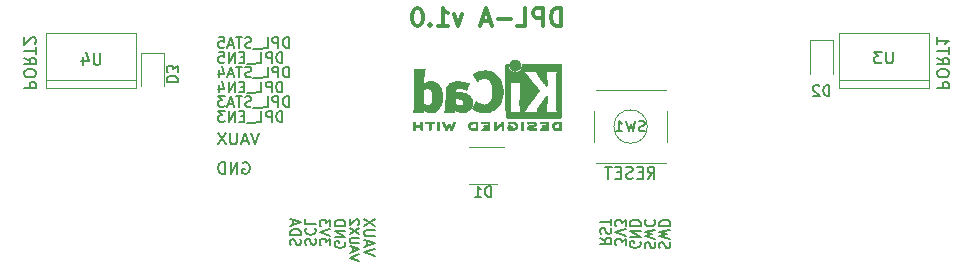
<source format=gbo>
G04 #@! TF.GenerationSoftware,KiCad,Pcbnew,5.99.0-unknown-c7daca1~86~ubuntu18.04.1*
G04 #@! TF.CreationDate,2020-03-27T23:30:00-03:00*
G04 #@! TF.ProjectId,DPL,44504c2e-6b69-4636-9164-5f7063625858,rev?*
G04 #@! TF.SameCoordinates,Original*
G04 #@! TF.FileFunction,Legend,Bot*
G04 #@! TF.FilePolarity,Positive*
%FSLAX46Y46*%
G04 Gerber Fmt 4.6, Leading zero omitted, Abs format (unit mm)*
G04 Created by KiCad (PCBNEW 5.99.0-unknown-c7daca1~86~ubuntu18.04.1) date 2020-03-27 23:30:00*
%MOMM*%
%LPD*%
G01*
G04 APERTURE LIST*
%ADD10C,0.150000*%
%ADD11C,0.300000*%
%ADD12C,0.120000*%
%ADD13C,0.010000*%
G04 APERTURE END LIST*
D10*
X130438095Y-143554642D02*
X129638095Y-143287976D01*
X130438095Y-143021309D01*
X129866666Y-142792738D02*
X129866666Y-142411785D01*
X129638095Y-142868928D02*
X130438095Y-142602261D01*
X129638095Y-142335595D01*
X130438095Y-142068928D02*
X129790476Y-142068928D01*
X129714285Y-142030833D01*
X129676190Y-141992738D01*
X129638095Y-141916547D01*
X129638095Y-141764166D01*
X129676190Y-141687976D01*
X129714285Y-141649880D01*
X129790476Y-141611785D01*
X130438095Y-141611785D01*
X130438095Y-141307023D02*
X129638095Y-140773690D01*
X130438095Y-140773690D02*
X129638095Y-141307023D01*
X130361904Y-140507023D02*
X130400000Y-140468928D01*
X130438095Y-140392738D01*
X130438095Y-140202261D01*
X130400000Y-140126071D01*
X130361904Y-140087976D01*
X130285714Y-140049880D01*
X130209523Y-140049880D01*
X130095238Y-140087976D01*
X129638095Y-140545119D01*
X129638095Y-140049880D01*
X154852380Y-136602380D02*
X155185714Y-136126190D01*
X155423809Y-136602380D02*
X155423809Y-135602380D01*
X155042857Y-135602380D01*
X154947619Y-135650000D01*
X154900000Y-135697619D01*
X154852380Y-135792857D01*
X154852380Y-135935714D01*
X154900000Y-136030952D01*
X154947619Y-136078571D01*
X155042857Y-136126190D01*
X155423809Y-136126190D01*
X154423809Y-136078571D02*
X154090476Y-136078571D01*
X153947619Y-136602380D02*
X154423809Y-136602380D01*
X154423809Y-135602380D01*
X153947619Y-135602380D01*
X153566666Y-136554761D02*
X153423809Y-136602380D01*
X153185714Y-136602380D01*
X153090476Y-136554761D01*
X153042857Y-136507142D01*
X152995238Y-136411904D01*
X152995238Y-136316666D01*
X153042857Y-136221428D01*
X153090476Y-136173809D01*
X153185714Y-136126190D01*
X153376190Y-136078571D01*
X153471428Y-136030952D01*
X153519047Y-135983333D01*
X153566666Y-135888095D01*
X153566666Y-135792857D01*
X153519047Y-135697619D01*
X153471428Y-135650000D01*
X153376190Y-135602380D01*
X153138095Y-135602380D01*
X152995238Y-135650000D01*
X152566666Y-136078571D02*
X152233333Y-136078571D01*
X152090476Y-136602380D02*
X152566666Y-136602380D01*
X152566666Y-135602380D01*
X152090476Y-135602380D01*
X151804761Y-135602380D02*
X151233333Y-135602380D01*
X151519047Y-136602380D02*
X151519047Y-135602380D01*
X102047619Y-128971309D02*
X103047619Y-128971309D01*
X103047619Y-128590357D01*
X103000000Y-128495119D01*
X102952380Y-128447500D01*
X102857142Y-128399880D01*
X102714285Y-128399880D01*
X102619047Y-128447500D01*
X102571428Y-128495119D01*
X102523809Y-128590357D01*
X102523809Y-128971309D01*
X103047619Y-127780833D02*
X103047619Y-127590357D01*
X103000000Y-127495119D01*
X102904761Y-127399880D01*
X102714285Y-127352261D01*
X102380952Y-127352261D01*
X102190476Y-127399880D01*
X102095238Y-127495119D01*
X102047619Y-127590357D01*
X102047619Y-127780833D01*
X102095238Y-127876071D01*
X102190476Y-127971309D01*
X102380952Y-128018928D01*
X102714285Y-128018928D01*
X102904761Y-127971309D01*
X103000000Y-127876071D01*
X103047619Y-127780833D01*
X102047619Y-126352261D02*
X102523809Y-126685595D01*
X102047619Y-126923690D02*
X103047619Y-126923690D01*
X103047619Y-126542738D01*
X103000000Y-126447500D01*
X102952380Y-126399880D01*
X102857142Y-126352261D01*
X102714285Y-126352261D01*
X102619047Y-126399880D01*
X102571428Y-126447500D01*
X102523809Y-126542738D01*
X102523809Y-126923690D01*
X103047619Y-126066547D02*
X103047619Y-125495119D01*
X102047619Y-125780833D02*
X103047619Y-125780833D01*
X102952380Y-125209404D02*
X103000000Y-125161785D01*
X103047619Y-125066547D01*
X103047619Y-124828452D01*
X103000000Y-124733214D01*
X102952380Y-124685595D01*
X102857142Y-124637976D01*
X102761904Y-124637976D01*
X102619047Y-124685595D01*
X102047619Y-125257023D01*
X102047619Y-124637976D01*
X179347619Y-128971309D02*
X180347619Y-128971309D01*
X180347619Y-128590357D01*
X180300000Y-128495119D01*
X180252380Y-128447500D01*
X180157142Y-128399880D01*
X180014285Y-128399880D01*
X179919047Y-128447500D01*
X179871428Y-128495119D01*
X179823809Y-128590357D01*
X179823809Y-128971309D01*
X180347619Y-127780833D02*
X180347619Y-127590357D01*
X180300000Y-127495119D01*
X180204761Y-127399880D01*
X180014285Y-127352261D01*
X179680952Y-127352261D01*
X179490476Y-127399880D01*
X179395238Y-127495119D01*
X179347619Y-127590357D01*
X179347619Y-127780833D01*
X179395238Y-127876071D01*
X179490476Y-127971309D01*
X179680952Y-128018928D01*
X180014285Y-128018928D01*
X180204761Y-127971309D01*
X180300000Y-127876071D01*
X180347619Y-127780833D01*
X179347619Y-126352261D02*
X179823809Y-126685595D01*
X179347619Y-126923690D02*
X180347619Y-126923690D01*
X180347619Y-126542738D01*
X180300000Y-126447500D01*
X180252380Y-126399880D01*
X180157142Y-126352261D01*
X180014285Y-126352261D01*
X179919047Y-126399880D01*
X179871428Y-126447500D01*
X179823809Y-126542738D01*
X179823809Y-126923690D01*
X180347619Y-126066547D02*
X180347619Y-125495119D01*
X179347619Y-125780833D02*
X180347619Y-125780833D01*
X179347619Y-124637976D02*
X179347619Y-125209404D01*
X179347619Y-124923690D02*
X180347619Y-124923690D01*
X180204761Y-125018928D01*
X180109523Y-125114166D01*
X180061904Y-125209404D01*
X120583214Y-135250000D02*
X120678452Y-135202380D01*
X120821309Y-135202380D01*
X120964166Y-135250000D01*
X121059404Y-135345238D01*
X121107023Y-135440476D01*
X121154642Y-135630952D01*
X121154642Y-135773809D01*
X121107023Y-135964285D01*
X121059404Y-136059523D01*
X120964166Y-136154761D01*
X120821309Y-136202380D01*
X120726071Y-136202380D01*
X120583214Y-136154761D01*
X120535595Y-136107142D01*
X120535595Y-135773809D01*
X120726071Y-135773809D01*
X120107023Y-136202380D02*
X120107023Y-135202380D01*
X119535595Y-136202380D01*
X119535595Y-135202380D01*
X119059404Y-136202380D02*
X119059404Y-135202380D01*
X118821309Y-135202380D01*
X118678452Y-135250000D01*
X118583214Y-135345238D01*
X118535595Y-135440476D01*
X118487976Y-135630952D01*
X118487976Y-135773809D01*
X118535595Y-135964285D01*
X118583214Y-136059523D01*
X118678452Y-136154761D01*
X118821309Y-136202380D01*
X119059404Y-136202380D01*
X121916547Y-132702380D02*
X121583214Y-133702380D01*
X121249880Y-132702380D01*
X120964166Y-133416666D02*
X120487976Y-133416666D01*
X121059404Y-133702380D02*
X120726071Y-132702380D01*
X120392738Y-133702380D01*
X120059404Y-132702380D02*
X120059404Y-133511904D01*
X120011785Y-133607142D01*
X119964166Y-133654761D01*
X119868928Y-133702380D01*
X119678452Y-133702380D01*
X119583214Y-133654761D01*
X119535595Y-133607142D01*
X119487976Y-133511904D01*
X119487976Y-132702380D01*
X119107023Y-132702380D02*
X118440357Y-133702380D01*
X118440357Y-132702380D02*
X119107023Y-133702380D01*
X123911785Y-131782142D02*
X123911785Y-130882142D01*
X123697500Y-130882142D01*
X123568928Y-130925000D01*
X123483214Y-131010714D01*
X123440357Y-131096428D01*
X123397500Y-131267857D01*
X123397500Y-131396428D01*
X123440357Y-131567857D01*
X123483214Y-131653571D01*
X123568928Y-131739285D01*
X123697500Y-131782142D01*
X123911785Y-131782142D01*
X123011785Y-131782142D02*
X123011785Y-130882142D01*
X122668928Y-130882142D01*
X122583214Y-130925000D01*
X122540357Y-130967857D01*
X122497500Y-131053571D01*
X122497500Y-131182142D01*
X122540357Y-131267857D01*
X122583214Y-131310714D01*
X122668928Y-131353571D01*
X123011785Y-131353571D01*
X121683214Y-131782142D02*
X122111785Y-131782142D01*
X122111785Y-130882142D01*
X121597500Y-131867857D02*
X120911785Y-131867857D01*
X120697500Y-131310714D02*
X120397500Y-131310714D01*
X120268928Y-131782142D02*
X120697500Y-131782142D01*
X120697500Y-130882142D01*
X120268928Y-130882142D01*
X119883214Y-131782142D02*
X119883214Y-130882142D01*
X119368928Y-131782142D01*
X119368928Y-130882142D01*
X119026071Y-130882142D02*
X118468928Y-130882142D01*
X118768928Y-131225000D01*
X118640357Y-131225000D01*
X118554642Y-131267857D01*
X118511785Y-131310714D01*
X118468928Y-131396428D01*
X118468928Y-131610714D01*
X118511785Y-131696428D01*
X118554642Y-131739285D01*
X118640357Y-131782142D01*
X118897500Y-131782142D01*
X118983214Y-131739285D01*
X119026071Y-131696428D01*
X124468928Y-130532142D02*
X124468928Y-129632142D01*
X124254642Y-129632142D01*
X124126071Y-129675000D01*
X124040357Y-129760714D01*
X123997500Y-129846428D01*
X123954642Y-130017857D01*
X123954642Y-130146428D01*
X123997500Y-130317857D01*
X124040357Y-130403571D01*
X124126071Y-130489285D01*
X124254642Y-130532142D01*
X124468928Y-130532142D01*
X123568928Y-130532142D02*
X123568928Y-129632142D01*
X123226071Y-129632142D01*
X123140357Y-129675000D01*
X123097500Y-129717857D01*
X123054642Y-129803571D01*
X123054642Y-129932142D01*
X123097500Y-130017857D01*
X123140357Y-130060714D01*
X123226071Y-130103571D01*
X123568928Y-130103571D01*
X122240357Y-130532142D02*
X122668928Y-130532142D01*
X122668928Y-129632142D01*
X122154642Y-130617857D02*
X121468928Y-130617857D01*
X121297500Y-130489285D02*
X121168928Y-130532142D01*
X120954642Y-130532142D01*
X120868928Y-130489285D01*
X120826071Y-130446428D01*
X120783214Y-130360714D01*
X120783214Y-130275000D01*
X120826071Y-130189285D01*
X120868928Y-130146428D01*
X120954642Y-130103571D01*
X121126071Y-130060714D01*
X121211785Y-130017857D01*
X121254642Y-129975000D01*
X121297500Y-129889285D01*
X121297500Y-129803571D01*
X121254642Y-129717857D01*
X121211785Y-129675000D01*
X121126071Y-129632142D01*
X120911785Y-129632142D01*
X120783214Y-129675000D01*
X120526071Y-129632142D02*
X120011785Y-129632142D01*
X120268928Y-130532142D02*
X120268928Y-129632142D01*
X119754642Y-130275000D02*
X119326071Y-130275000D01*
X119840357Y-130532142D02*
X119540357Y-129632142D01*
X119240357Y-130532142D01*
X119026071Y-129632142D02*
X118468928Y-129632142D01*
X118768928Y-129975000D01*
X118640357Y-129975000D01*
X118554642Y-130017857D01*
X118511785Y-130060714D01*
X118468928Y-130146428D01*
X118468928Y-130360714D01*
X118511785Y-130446428D01*
X118554642Y-130489285D01*
X118640357Y-130532142D01*
X118897500Y-130532142D01*
X118983214Y-130489285D01*
X119026071Y-130446428D01*
X123911785Y-129282142D02*
X123911785Y-128382142D01*
X123697500Y-128382142D01*
X123568928Y-128425000D01*
X123483214Y-128510714D01*
X123440357Y-128596428D01*
X123397500Y-128767857D01*
X123397500Y-128896428D01*
X123440357Y-129067857D01*
X123483214Y-129153571D01*
X123568928Y-129239285D01*
X123697500Y-129282142D01*
X123911785Y-129282142D01*
X123011785Y-129282142D02*
X123011785Y-128382142D01*
X122668928Y-128382142D01*
X122583214Y-128425000D01*
X122540357Y-128467857D01*
X122497500Y-128553571D01*
X122497500Y-128682142D01*
X122540357Y-128767857D01*
X122583214Y-128810714D01*
X122668928Y-128853571D01*
X123011785Y-128853571D01*
X121683214Y-129282142D02*
X122111785Y-129282142D01*
X122111785Y-128382142D01*
X121597500Y-129367857D02*
X120911785Y-129367857D01*
X120697500Y-128810714D02*
X120397500Y-128810714D01*
X120268928Y-129282142D02*
X120697500Y-129282142D01*
X120697500Y-128382142D01*
X120268928Y-128382142D01*
X119883214Y-129282142D02*
X119883214Y-128382142D01*
X119368928Y-129282142D01*
X119368928Y-128382142D01*
X118554642Y-128682142D02*
X118554642Y-129282142D01*
X118768928Y-128339285D02*
X118983214Y-128982142D01*
X118426071Y-128982142D01*
X124468928Y-128032142D02*
X124468928Y-127132142D01*
X124254642Y-127132142D01*
X124126071Y-127175000D01*
X124040357Y-127260714D01*
X123997500Y-127346428D01*
X123954642Y-127517857D01*
X123954642Y-127646428D01*
X123997500Y-127817857D01*
X124040357Y-127903571D01*
X124126071Y-127989285D01*
X124254642Y-128032142D01*
X124468928Y-128032142D01*
X123568928Y-128032142D02*
X123568928Y-127132142D01*
X123226071Y-127132142D01*
X123140357Y-127175000D01*
X123097500Y-127217857D01*
X123054642Y-127303571D01*
X123054642Y-127432142D01*
X123097500Y-127517857D01*
X123140357Y-127560714D01*
X123226071Y-127603571D01*
X123568928Y-127603571D01*
X122240357Y-128032142D02*
X122668928Y-128032142D01*
X122668928Y-127132142D01*
X122154642Y-128117857D02*
X121468928Y-128117857D01*
X121297500Y-127989285D02*
X121168928Y-128032142D01*
X120954642Y-128032142D01*
X120868928Y-127989285D01*
X120826071Y-127946428D01*
X120783214Y-127860714D01*
X120783214Y-127775000D01*
X120826071Y-127689285D01*
X120868928Y-127646428D01*
X120954642Y-127603571D01*
X121126071Y-127560714D01*
X121211785Y-127517857D01*
X121254642Y-127475000D01*
X121297500Y-127389285D01*
X121297500Y-127303571D01*
X121254642Y-127217857D01*
X121211785Y-127175000D01*
X121126071Y-127132142D01*
X120911785Y-127132142D01*
X120783214Y-127175000D01*
X120526071Y-127132142D02*
X120011785Y-127132142D01*
X120268928Y-128032142D02*
X120268928Y-127132142D01*
X119754642Y-127775000D02*
X119326071Y-127775000D01*
X119840357Y-128032142D02*
X119540357Y-127132142D01*
X119240357Y-128032142D01*
X118554642Y-127432142D02*
X118554642Y-128032142D01*
X118768928Y-127089285D02*
X118983214Y-127732142D01*
X118426071Y-127732142D01*
X123911785Y-126782142D02*
X123911785Y-125882142D01*
X123697500Y-125882142D01*
X123568928Y-125925000D01*
X123483214Y-126010714D01*
X123440357Y-126096428D01*
X123397500Y-126267857D01*
X123397500Y-126396428D01*
X123440357Y-126567857D01*
X123483214Y-126653571D01*
X123568928Y-126739285D01*
X123697500Y-126782142D01*
X123911785Y-126782142D01*
X123011785Y-126782142D02*
X123011785Y-125882142D01*
X122668928Y-125882142D01*
X122583214Y-125925000D01*
X122540357Y-125967857D01*
X122497500Y-126053571D01*
X122497500Y-126182142D01*
X122540357Y-126267857D01*
X122583214Y-126310714D01*
X122668928Y-126353571D01*
X123011785Y-126353571D01*
X121683214Y-126782142D02*
X122111785Y-126782142D01*
X122111785Y-125882142D01*
X121597500Y-126867857D02*
X120911785Y-126867857D01*
X120697500Y-126310714D02*
X120397500Y-126310714D01*
X120268928Y-126782142D02*
X120697500Y-126782142D01*
X120697500Y-125882142D01*
X120268928Y-125882142D01*
X119883214Y-126782142D02*
X119883214Y-125882142D01*
X119368928Y-126782142D01*
X119368928Y-125882142D01*
X118511785Y-125882142D02*
X118940357Y-125882142D01*
X118983214Y-126310714D01*
X118940357Y-126267857D01*
X118854642Y-126225000D01*
X118640357Y-126225000D01*
X118554642Y-126267857D01*
X118511785Y-126310714D01*
X118468928Y-126396428D01*
X118468928Y-126610714D01*
X118511785Y-126696428D01*
X118554642Y-126739285D01*
X118640357Y-126782142D01*
X118854642Y-126782142D01*
X118940357Y-126739285D01*
X118983214Y-126696428D01*
X124468928Y-125532142D02*
X124468928Y-124632142D01*
X124254642Y-124632142D01*
X124126071Y-124675000D01*
X124040357Y-124760714D01*
X123997500Y-124846428D01*
X123954642Y-125017857D01*
X123954642Y-125146428D01*
X123997500Y-125317857D01*
X124040357Y-125403571D01*
X124126071Y-125489285D01*
X124254642Y-125532142D01*
X124468928Y-125532142D01*
X123568928Y-125532142D02*
X123568928Y-124632142D01*
X123226071Y-124632142D01*
X123140357Y-124675000D01*
X123097500Y-124717857D01*
X123054642Y-124803571D01*
X123054642Y-124932142D01*
X123097500Y-125017857D01*
X123140357Y-125060714D01*
X123226071Y-125103571D01*
X123568928Y-125103571D01*
X122240357Y-125532142D02*
X122668928Y-125532142D01*
X122668928Y-124632142D01*
X122154642Y-125617857D02*
X121468928Y-125617857D01*
X121297500Y-125489285D02*
X121168928Y-125532142D01*
X120954642Y-125532142D01*
X120868928Y-125489285D01*
X120826071Y-125446428D01*
X120783214Y-125360714D01*
X120783214Y-125275000D01*
X120826071Y-125189285D01*
X120868928Y-125146428D01*
X120954642Y-125103571D01*
X121126071Y-125060714D01*
X121211785Y-125017857D01*
X121254642Y-124975000D01*
X121297500Y-124889285D01*
X121297500Y-124803571D01*
X121254642Y-124717857D01*
X121211785Y-124675000D01*
X121126071Y-124632142D01*
X120911785Y-124632142D01*
X120783214Y-124675000D01*
X120526071Y-124632142D02*
X120011785Y-124632142D01*
X120268928Y-125532142D02*
X120268928Y-124632142D01*
X119754642Y-125275000D02*
X119326071Y-125275000D01*
X119840357Y-125532142D02*
X119540357Y-124632142D01*
X119240357Y-125532142D01*
X118511785Y-124632142D02*
X118940357Y-124632142D01*
X118983214Y-125060714D01*
X118940357Y-125017857D01*
X118854642Y-124975000D01*
X118640357Y-124975000D01*
X118554642Y-125017857D01*
X118511785Y-125060714D01*
X118468928Y-125146428D01*
X118468928Y-125360714D01*
X118511785Y-125446428D01*
X118554642Y-125489285D01*
X118640357Y-125532142D01*
X118854642Y-125532142D01*
X118940357Y-125489285D01*
X118983214Y-125446428D01*
X155885714Y-142511785D02*
X155842857Y-142383214D01*
X155842857Y-142168928D01*
X155885714Y-142083214D01*
X155928571Y-142040357D01*
X156014285Y-141997500D01*
X156100000Y-141997500D01*
X156185714Y-142040357D01*
X156228571Y-142083214D01*
X156271428Y-142168928D01*
X156314285Y-142340357D01*
X156357142Y-142426071D01*
X156400000Y-142468928D01*
X156485714Y-142511785D01*
X156571428Y-142511785D01*
X156657142Y-142468928D01*
X156700000Y-142426071D01*
X156742857Y-142340357D01*
X156742857Y-142126071D01*
X156700000Y-141997500D01*
X156742857Y-141697500D02*
X155842857Y-141483214D01*
X156485714Y-141311785D01*
X155842857Y-141140357D01*
X156742857Y-140926071D01*
X155842857Y-140583214D02*
X156742857Y-140583214D01*
X156742857Y-140368928D01*
X156700000Y-140240357D01*
X156614285Y-140154642D01*
X156528571Y-140111785D01*
X156357142Y-140068928D01*
X156228571Y-140068928D01*
X156057142Y-140111785D01*
X155971428Y-140154642D01*
X155885714Y-140240357D01*
X155842857Y-140368928D01*
X155842857Y-140583214D01*
X154635714Y-142511785D02*
X154592857Y-142383214D01*
X154592857Y-142168928D01*
X154635714Y-142083214D01*
X154678571Y-142040357D01*
X154764285Y-141997500D01*
X154850000Y-141997500D01*
X154935714Y-142040357D01*
X154978571Y-142083214D01*
X155021428Y-142168928D01*
X155064285Y-142340357D01*
X155107142Y-142426071D01*
X155150000Y-142468928D01*
X155235714Y-142511785D01*
X155321428Y-142511785D01*
X155407142Y-142468928D01*
X155450000Y-142426071D01*
X155492857Y-142340357D01*
X155492857Y-142126071D01*
X155450000Y-141997500D01*
X155492857Y-141697500D02*
X154592857Y-141483214D01*
X155235714Y-141311785D01*
X154592857Y-141140357D01*
X155492857Y-140926071D01*
X154678571Y-140068928D02*
X154635714Y-140111785D01*
X154592857Y-140240357D01*
X154592857Y-140326071D01*
X154635714Y-140454642D01*
X154721428Y-140540357D01*
X154807142Y-140583214D01*
X154978571Y-140626071D01*
X155107142Y-140626071D01*
X155278571Y-140583214D01*
X155364285Y-140540357D01*
X155450000Y-140454642D01*
X155492857Y-140326071D01*
X155492857Y-140240357D01*
X155450000Y-140111785D01*
X155407142Y-140068928D01*
X154200000Y-141954642D02*
X154242857Y-142040357D01*
X154242857Y-142168928D01*
X154200000Y-142297500D01*
X154114285Y-142383214D01*
X154028571Y-142426071D01*
X153857142Y-142468928D01*
X153728571Y-142468928D01*
X153557142Y-142426071D01*
X153471428Y-142383214D01*
X153385714Y-142297500D01*
X153342857Y-142168928D01*
X153342857Y-142083214D01*
X153385714Y-141954642D01*
X153428571Y-141911785D01*
X153728571Y-141911785D01*
X153728571Y-142083214D01*
X153342857Y-141526071D02*
X154242857Y-141526071D01*
X153342857Y-141011785D01*
X154242857Y-141011785D01*
X153342857Y-140583214D02*
X154242857Y-140583214D01*
X154242857Y-140368928D01*
X154200000Y-140240357D01*
X154114285Y-140154642D01*
X154028571Y-140111785D01*
X153857142Y-140068928D01*
X153728571Y-140068928D01*
X153557142Y-140111785D01*
X153471428Y-140154642D01*
X153385714Y-140240357D01*
X153342857Y-140368928D01*
X153342857Y-140583214D01*
X152992857Y-142254642D02*
X152992857Y-141697500D01*
X152650000Y-141997500D01*
X152650000Y-141868928D01*
X152607142Y-141783214D01*
X152564285Y-141740357D01*
X152478571Y-141697500D01*
X152264285Y-141697500D01*
X152178571Y-141740357D01*
X152135714Y-141783214D01*
X152092857Y-141868928D01*
X152092857Y-142126071D01*
X152135714Y-142211785D01*
X152178571Y-142254642D01*
X152992857Y-141440357D02*
X152092857Y-141140357D01*
X152992857Y-140840357D01*
X152992857Y-140626071D02*
X152992857Y-140068928D01*
X152650000Y-140368928D01*
X152650000Y-140240357D01*
X152607142Y-140154642D01*
X152564285Y-140111785D01*
X152478571Y-140068928D01*
X152264285Y-140068928D01*
X152178571Y-140111785D01*
X152135714Y-140154642D01*
X152092857Y-140240357D01*
X152092857Y-140497500D01*
X152135714Y-140583214D01*
X152178571Y-140626071D01*
X150842857Y-141611785D02*
X151271428Y-141911785D01*
X150842857Y-142126071D02*
X151742857Y-142126071D01*
X151742857Y-141783214D01*
X151700000Y-141697500D01*
X151657142Y-141654642D01*
X151571428Y-141611785D01*
X151442857Y-141611785D01*
X151357142Y-141654642D01*
X151314285Y-141697500D01*
X151271428Y-141783214D01*
X151271428Y-142126071D01*
X150885714Y-141268928D02*
X150842857Y-141140357D01*
X150842857Y-140926071D01*
X150885714Y-140840357D01*
X150928571Y-140797500D01*
X151014285Y-140754642D01*
X151100000Y-140754642D01*
X151185714Y-140797500D01*
X151228571Y-140840357D01*
X151271428Y-140926071D01*
X151314285Y-141097500D01*
X151357142Y-141183214D01*
X151400000Y-141226071D01*
X151485714Y-141268928D01*
X151571428Y-141268928D01*
X151657142Y-141226071D01*
X151700000Y-141183214D01*
X151742857Y-141097500D01*
X151742857Y-140883214D01*
X151700000Y-140754642D01*
X151742857Y-140497500D02*
X151742857Y-139983214D01*
X150842857Y-140240357D02*
X151742857Y-140240357D01*
X125885714Y-142211785D02*
X125842857Y-142083214D01*
X125842857Y-141868928D01*
X125885714Y-141783214D01*
X125928571Y-141740357D01*
X126014285Y-141697500D01*
X126100000Y-141697500D01*
X126185714Y-141740357D01*
X126228571Y-141783214D01*
X126271428Y-141868928D01*
X126314285Y-142040357D01*
X126357142Y-142126071D01*
X126400000Y-142168928D01*
X126485714Y-142211785D01*
X126571428Y-142211785D01*
X126657142Y-142168928D01*
X126700000Y-142126071D01*
X126742857Y-142040357D01*
X126742857Y-141826071D01*
X126700000Y-141697500D01*
X125928571Y-140797500D02*
X125885714Y-140840357D01*
X125842857Y-140968928D01*
X125842857Y-141054642D01*
X125885714Y-141183214D01*
X125971428Y-141268928D01*
X126057142Y-141311785D01*
X126228571Y-141354642D01*
X126357142Y-141354642D01*
X126528571Y-141311785D01*
X126614285Y-141268928D01*
X126700000Y-141183214D01*
X126742857Y-141054642D01*
X126742857Y-140968928D01*
X126700000Y-140840357D01*
X126657142Y-140797500D01*
X125842857Y-139983214D02*
X125842857Y-140411785D01*
X126742857Y-140411785D01*
X124635714Y-142254642D02*
X124592857Y-142126071D01*
X124592857Y-141911785D01*
X124635714Y-141826071D01*
X124678571Y-141783214D01*
X124764285Y-141740357D01*
X124850000Y-141740357D01*
X124935714Y-141783214D01*
X124978571Y-141826071D01*
X125021428Y-141911785D01*
X125064285Y-142083214D01*
X125107142Y-142168928D01*
X125150000Y-142211785D01*
X125235714Y-142254642D01*
X125321428Y-142254642D01*
X125407142Y-142211785D01*
X125450000Y-142168928D01*
X125492857Y-142083214D01*
X125492857Y-141868928D01*
X125450000Y-141740357D01*
X124592857Y-141354642D02*
X125492857Y-141354642D01*
X125492857Y-141140357D01*
X125450000Y-141011785D01*
X125364285Y-140926071D01*
X125278571Y-140883214D01*
X125107142Y-140840357D01*
X124978571Y-140840357D01*
X124807142Y-140883214D01*
X124721428Y-140926071D01*
X124635714Y-141011785D01*
X124592857Y-141140357D01*
X124592857Y-141354642D01*
X124850000Y-140497500D02*
X124850000Y-140068928D01*
X124592857Y-140583214D02*
X125492857Y-140283214D01*
X124592857Y-139983214D01*
X127992857Y-142254642D02*
X127992857Y-141697500D01*
X127650000Y-141997500D01*
X127650000Y-141868928D01*
X127607142Y-141783214D01*
X127564285Y-141740357D01*
X127478571Y-141697500D01*
X127264285Y-141697500D01*
X127178571Y-141740357D01*
X127135714Y-141783214D01*
X127092857Y-141868928D01*
X127092857Y-142126071D01*
X127135714Y-142211785D01*
X127178571Y-142254642D01*
X127992857Y-141440357D02*
X127092857Y-141140357D01*
X127992857Y-140840357D01*
X127992857Y-140626071D02*
X127992857Y-140068928D01*
X127650000Y-140368928D01*
X127650000Y-140240357D01*
X127607142Y-140154642D01*
X127564285Y-140111785D01*
X127478571Y-140068928D01*
X127264285Y-140068928D01*
X127178571Y-140111785D01*
X127135714Y-140154642D01*
X127092857Y-140240357D01*
X127092857Y-140497500D01*
X127135714Y-140583214D01*
X127178571Y-140626071D01*
X129200000Y-141954642D02*
X129242857Y-142040357D01*
X129242857Y-142168928D01*
X129200000Y-142297500D01*
X129114285Y-142383214D01*
X129028571Y-142426071D01*
X128857142Y-142468928D01*
X128728571Y-142468928D01*
X128557142Y-142426071D01*
X128471428Y-142383214D01*
X128385714Y-142297500D01*
X128342857Y-142168928D01*
X128342857Y-142083214D01*
X128385714Y-141954642D01*
X128428571Y-141911785D01*
X128728571Y-141911785D01*
X128728571Y-142083214D01*
X128342857Y-141526071D02*
X129242857Y-141526071D01*
X128342857Y-141011785D01*
X129242857Y-141011785D01*
X128342857Y-140583214D02*
X129242857Y-140583214D01*
X129242857Y-140368928D01*
X129200000Y-140240357D01*
X129114285Y-140154642D01*
X129028571Y-140111785D01*
X128857142Y-140068928D01*
X128728571Y-140068928D01*
X128557142Y-140111785D01*
X128471428Y-140154642D01*
X128385714Y-140240357D01*
X128342857Y-140368928D01*
X128342857Y-140583214D01*
X131742857Y-143154642D02*
X130842857Y-142854642D01*
X131742857Y-142554642D01*
X131100000Y-142297500D02*
X131100000Y-141868928D01*
X130842857Y-142383214D02*
X131742857Y-142083214D01*
X130842857Y-141783214D01*
X131742857Y-141483214D02*
X131014285Y-141483214D01*
X130928571Y-141440357D01*
X130885714Y-141397500D01*
X130842857Y-141311785D01*
X130842857Y-141140357D01*
X130885714Y-141054642D01*
X130928571Y-141011785D01*
X131014285Y-140968928D01*
X131742857Y-140968928D01*
X131742857Y-140626071D02*
X130842857Y-140026071D01*
X131742857Y-140026071D02*
X130842857Y-140626071D01*
D11*
X147500000Y-123678571D02*
X147500000Y-122178571D01*
X147142857Y-122178571D01*
X146928571Y-122250000D01*
X146785714Y-122392857D01*
X146714285Y-122535714D01*
X146642857Y-122821428D01*
X146642857Y-123035714D01*
X146714285Y-123321428D01*
X146785714Y-123464285D01*
X146928571Y-123607142D01*
X147142857Y-123678571D01*
X147500000Y-123678571D01*
X146000000Y-123678571D02*
X146000000Y-122178571D01*
X145428571Y-122178571D01*
X145285714Y-122250000D01*
X145214285Y-122321428D01*
X145142857Y-122464285D01*
X145142857Y-122678571D01*
X145214285Y-122821428D01*
X145285714Y-122892857D01*
X145428571Y-122964285D01*
X146000000Y-122964285D01*
X143785714Y-123678571D02*
X144500000Y-123678571D01*
X144500000Y-122178571D01*
X143285714Y-123107142D02*
X142142857Y-123107142D01*
X141500000Y-123250000D02*
X140785714Y-123250000D01*
X141642857Y-123678571D02*
X141142857Y-122178571D01*
X140642857Y-123678571D01*
X139142857Y-122678571D02*
X138785714Y-123678571D01*
X138428571Y-122678571D01*
X137071428Y-123678571D02*
X137928571Y-123678571D01*
X137500000Y-123678571D02*
X137500000Y-122178571D01*
X137642857Y-122392857D01*
X137785714Y-122535714D01*
X137928571Y-122607142D01*
X136428571Y-123535714D02*
X136357142Y-123607142D01*
X136428571Y-123678571D01*
X136500000Y-123607142D01*
X136428571Y-123535714D01*
X136428571Y-123678571D01*
X135428571Y-122178571D02*
X135285714Y-122178571D01*
X135142857Y-122250000D01*
X135071428Y-122321428D01*
X135000000Y-122464285D01*
X134928571Y-122750000D01*
X134928571Y-123107142D01*
X135000000Y-123392857D01*
X135071428Y-123535714D01*
X135142857Y-123607142D01*
X135285714Y-123678571D01*
X135428571Y-123678571D01*
X135571428Y-123607142D01*
X135642857Y-123535714D01*
X135714285Y-123392857D01*
X135785714Y-123107142D01*
X135785714Y-122750000D01*
X135714285Y-122464285D01*
X135642857Y-122321428D01*
X135571428Y-122250000D01*
X135428571Y-122178571D01*
D12*
X168590000Y-127750000D02*
X168590000Y-124890000D01*
X168590000Y-124890000D02*
X170510000Y-124890000D01*
X170510000Y-124890000D02*
X170510000Y-127750000D01*
X178660000Y-124270000D02*
X171040000Y-124270000D01*
X171040000Y-124270000D02*
X171040000Y-128970000D01*
X171040000Y-128970000D02*
X178660000Y-128970000D01*
X178660000Y-128970000D02*
X178660000Y-124270000D01*
X171040000Y-128270000D02*
X178660000Y-128270000D01*
X111560000Y-124270000D02*
X103940000Y-124270000D01*
X103940000Y-124270000D02*
X103940000Y-128970000D01*
X103940000Y-128970000D02*
X111560000Y-128970000D01*
X111560000Y-128970000D02*
X111560000Y-124270000D01*
X103940000Y-128270000D02*
X111560000Y-128270000D01*
G36*
X135729734Y-131791645D02*
G01*
X135735366Y-131797835D01*
X135740456Y-131806041D01*
X135744543Y-131817817D01*
X135747721Y-131835276D01*
X135750087Y-131860530D01*
X135751738Y-131895690D01*
X135752769Y-131942869D01*
X135753277Y-132004177D01*
X135753359Y-132081727D01*
X135753109Y-132177631D01*
X135752625Y-132294000D01*
X135752557Y-132308175D01*
X135751971Y-132369937D01*
X135750648Y-132413620D01*
X135748103Y-132443001D01*
X135743848Y-132461855D01*
X135737396Y-132473959D01*
X135728262Y-132483089D01*
X135694804Y-132500506D01*
X135659856Y-132497604D01*
X135628953Y-132473100D01*
X135619944Y-132459897D01*
X135612492Y-132441361D01*
X135608124Y-132415333D01*
X135606069Y-132376787D01*
X135605556Y-132320700D01*
X135605556Y-132198045D01*
X135108845Y-132198045D01*
X135108845Y-132332871D01*
X135108772Y-132368662D01*
X135108009Y-132414992D01*
X135105833Y-132445526D01*
X135101536Y-132464557D01*
X135094412Y-132476374D01*
X135083755Y-132485271D01*
X135051504Y-132500341D01*
X135016217Y-132497673D01*
X134985486Y-132473100D01*
X134980831Y-132466845D01*
X134974895Y-132456321D01*
X134970364Y-132442391D01*
X134967048Y-132422317D01*
X134964759Y-132393360D01*
X134963308Y-132352780D01*
X134962505Y-132297840D01*
X134962162Y-132225799D01*
X134962089Y-132133920D01*
X134962089Y-131824485D01*
X134989798Y-131796776D01*
X135021177Y-131774533D01*
X135054406Y-131771844D01*
X135086267Y-131791645D01*
X135094553Y-131801415D01*
X135101965Y-131817307D01*
X135106302Y-131841275D01*
X135108338Y-131878148D01*
X135108845Y-131932756D01*
X135108845Y-132051289D01*
X135605556Y-132051289D01*
X135605556Y-131935776D01*
X135605994Y-131884078D01*
X135607958Y-131849554D01*
X135612474Y-131826978D01*
X135620567Y-131811126D01*
X135633265Y-131796776D01*
X135664643Y-131774533D01*
X135697872Y-131771844D01*
X135729734Y-131791645D01*
G37*
D13*
X135729734Y-131791645D02*
X135735366Y-131797835D01*
X135740456Y-131806041D01*
X135744543Y-131817817D01*
X135747721Y-131835276D01*
X135750087Y-131860530D01*
X135751738Y-131895690D01*
X135752769Y-131942869D01*
X135753277Y-132004177D01*
X135753359Y-132081727D01*
X135753109Y-132177631D01*
X135752625Y-132294000D01*
X135752557Y-132308175D01*
X135751971Y-132369937D01*
X135750648Y-132413620D01*
X135748103Y-132443001D01*
X135743848Y-132461855D01*
X135737396Y-132473959D01*
X135728262Y-132483089D01*
X135694804Y-132500506D01*
X135659856Y-132497604D01*
X135628953Y-132473100D01*
X135619944Y-132459897D01*
X135612492Y-132441361D01*
X135608124Y-132415333D01*
X135606069Y-132376787D01*
X135605556Y-132320700D01*
X135605556Y-132198045D01*
X135108845Y-132198045D01*
X135108845Y-132332871D01*
X135108772Y-132368662D01*
X135108009Y-132414992D01*
X135105833Y-132445526D01*
X135101536Y-132464557D01*
X135094412Y-132476374D01*
X135083755Y-132485271D01*
X135051504Y-132500341D01*
X135016217Y-132497673D01*
X134985486Y-132473100D01*
X134980831Y-132466845D01*
X134974895Y-132456321D01*
X134970364Y-132442391D01*
X134967048Y-132422317D01*
X134964759Y-132393360D01*
X134963308Y-132352780D01*
X134962505Y-132297840D01*
X134962162Y-132225799D01*
X134962089Y-132133920D01*
X134962089Y-131824485D01*
X134989798Y-131796776D01*
X135021177Y-131774533D01*
X135054406Y-131771844D01*
X135086267Y-131791645D01*
X135094553Y-131801415D01*
X135101965Y-131817307D01*
X135106302Y-131841275D01*
X135108338Y-131878148D01*
X135108845Y-131932756D01*
X135108845Y-132051289D01*
X135605556Y-132051289D01*
X135605556Y-131935776D01*
X135605994Y-131884078D01*
X135607958Y-131849554D01*
X135612474Y-131826978D01*
X135620567Y-131811126D01*
X135633265Y-131796776D01*
X135664643Y-131774533D01*
X135697872Y-131771844D01*
X135729734Y-131791645D01*
G36*
X136405767Y-131769068D02*
G01*
X136499890Y-131769158D01*
X136574405Y-131769498D01*
X136631811Y-131770239D01*
X136674611Y-131771535D01*
X136705304Y-131773537D01*
X136726391Y-131776396D01*
X136740373Y-131780266D01*
X136749750Y-131785298D01*
X136757022Y-131791645D01*
X136775828Y-131824362D01*
X136777275Y-131861939D01*
X136760917Y-131895178D01*
X136759557Y-131896631D01*
X136748354Y-131904992D01*
X136731252Y-131910547D01*
X136704082Y-131913840D01*
X136662678Y-131915418D01*
X136602873Y-131915822D01*
X136463511Y-131915822D01*
X136463511Y-132179589D01*
X136463436Y-132255417D01*
X136463028Y-132322083D01*
X136462046Y-132371867D01*
X136460250Y-132407784D01*
X136457399Y-132432850D01*
X136453253Y-132450081D01*
X136447571Y-132462492D01*
X136440114Y-132473100D01*
X136437824Y-132475906D01*
X136406646Y-132498548D01*
X136372266Y-132500112D01*
X136339334Y-132480267D01*
X136332355Y-132472191D01*
X136326883Y-132461593D01*
X136322863Y-132445749D01*
X136320072Y-132421773D01*
X136318288Y-132386774D01*
X136317289Y-132337864D01*
X136316852Y-132272154D01*
X136316756Y-132186756D01*
X136316756Y-131915822D01*
X136170820Y-131915822D01*
X136159720Y-131915821D01*
X136103202Y-131915596D01*
X136064358Y-131914457D01*
X136038965Y-131911657D01*
X136022804Y-131906450D01*
X136011652Y-131898089D01*
X136001289Y-131885826D01*
X135985441Y-131855138D01*
X135988543Y-131821358D01*
X136014187Y-131788822D01*
X136019129Y-131785105D01*
X136029338Y-131780269D01*
X136044764Y-131776506D01*
X136067886Y-131773683D01*
X136101183Y-131771670D01*
X136147137Y-131770333D01*
X136208228Y-131769542D01*
X136286935Y-131769163D01*
X136385740Y-131769067D01*
X136405767Y-131769068D01*
G37*
X136405767Y-131769068D02*
X136499890Y-131769158D01*
X136574405Y-131769498D01*
X136631811Y-131770239D01*
X136674611Y-131771535D01*
X136705304Y-131773537D01*
X136726391Y-131776396D01*
X136740373Y-131780266D01*
X136749750Y-131785298D01*
X136757022Y-131791645D01*
X136775828Y-131824362D01*
X136777275Y-131861939D01*
X136760917Y-131895178D01*
X136759557Y-131896631D01*
X136748354Y-131904992D01*
X136731252Y-131910547D01*
X136704082Y-131913840D01*
X136662678Y-131915418D01*
X136602873Y-131915822D01*
X136463511Y-131915822D01*
X136463511Y-132179589D01*
X136463436Y-132255417D01*
X136463028Y-132322083D01*
X136462046Y-132371867D01*
X136460250Y-132407784D01*
X136457399Y-132432850D01*
X136453253Y-132450081D01*
X136447571Y-132462492D01*
X136440114Y-132473100D01*
X136437824Y-132475906D01*
X136406646Y-132498548D01*
X136372266Y-132500112D01*
X136339334Y-132480267D01*
X136332355Y-132472191D01*
X136326883Y-132461593D01*
X136322863Y-132445749D01*
X136320072Y-132421773D01*
X136318288Y-132386774D01*
X136317289Y-132337864D01*
X136316852Y-132272154D01*
X136316756Y-132186756D01*
X136316756Y-131915822D01*
X136170820Y-131915822D01*
X136159720Y-131915821D01*
X136103202Y-131915596D01*
X136064358Y-131914457D01*
X136038965Y-131911657D01*
X136022804Y-131906450D01*
X136011652Y-131898089D01*
X136001289Y-131885826D01*
X135985441Y-131855138D01*
X135988543Y-131821358D01*
X136014187Y-131788822D01*
X136019129Y-131785105D01*
X136029338Y-131780269D01*
X136044764Y-131776506D01*
X136067886Y-131773683D01*
X136101183Y-131771670D01*
X136147137Y-131770333D01*
X136208228Y-131769542D01*
X136286935Y-131769163D01*
X136385740Y-131769067D01*
X136405767Y-131769068D01*
G36*
X137105406Y-131774949D02*
G01*
X137131127Y-131790647D01*
X137157778Y-131812227D01*
X137157778Y-132459684D01*
X137131127Y-132481264D01*
X137099767Y-132498739D01*
X137063966Y-132499575D01*
X137032528Y-132479082D01*
X137028652Y-132474416D01*
X137023186Y-132464949D01*
X137018979Y-132451267D01*
X137015867Y-132430748D01*
X137013687Y-132400768D01*
X137012276Y-132358704D01*
X137011471Y-132301932D01*
X137011107Y-132227830D01*
X137011022Y-132133773D01*
X137011022Y-131812227D01*
X137037673Y-131790647D01*
X137061386Y-131775877D01*
X137084400Y-131769067D01*
X137105406Y-131774949D01*
G37*
X137105406Y-131774949D02*
X137131127Y-131790647D01*
X137157778Y-131812227D01*
X137157778Y-132459684D01*
X137131127Y-132481264D01*
X137099767Y-132498739D01*
X137063966Y-132499575D01*
X137032528Y-132479082D01*
X137028652Y-132474416D01*
X137023186Y-132464949D01*
X137018979Y-132451267D01*
X137015867Y-132430748D01*
X137013687Y-132400768D01*
X137012276Y-132358704D01*
X137011471Y-132301932D01*
X137011107Y-132227830D01*
X137011022Y-132133773D01*
X137011022Y-131812227D01*
X137037673Y-131790647D01*
X137061386Y-131775877D01*
X137084400Y-131769067D01*
X137105406Y-131774949D01*
G36*
X137539702Y-131778478D02*
G01*
X137557663Y-131796989D01*
X137578263Y-131828071D01*
X137603095Y-131873756D01*
X137633750Y-131936078D01*
X137671820Y-132017071D01*
X137686454Y-132048454D01*
X137716203Y-132111638D01*
X137742297Y-132166244D01*
X137763292Y-132209290D01*
X137777739Y-132237793D01*
X137784191Y-132248770D01*
X137785550Y-132248189D01*
X137795542Y-132234242D01*
X137812833Y-132204704D01*
X137835430Y-132163087D01*
X137861338Y-132112903D01*
X137877311Y-132081414D01*
X137906261Y-132026061D01*
X137928749Y-131987044D01*
X137946965Y-131961566D01*
X137963096Y-131946831D01*
X137979330Y-131940042D01*
X137997857Y-131938400D01*
X138008360Y-131938875D01*
X138024476Y-131943082D01*
X138039790Y-131953946D01*
X138056388Y-131974219D01*
X138076357Y-132006654D01*
X138101783Y-132054004D01*
X138134752Y-132119022D01*
X138144485Y-132138277D01*
X138168943Y-132184946D01*
X138189178Y-132221109D01*
X138203311Y-132243497D01*
X138209460Y-132248845D01*
X138210827Y-132245573D01*
X138220202Y-132224664D01*
X138237062Y-132187725D01*
X138259979Y-132137874D01*
X138287520Y-132078226D01*
X138318255Y-132011898D01*
X138344970Y-131954677D01*
X138374593Y-131892688D01*
X138397664Y-131846949D01*
X138415643Y-131814908D01*
X138429990Y-131794014D01*
X138442166Y-131781718D01*
X138453632Y-131775466D01*
X138463042Y-131772574D01*
X138488147Y-131772425D01*
X138515290Y-131787768D01*
X138516590Y-131788753D01*
X138538674Y-131811388D01*
X138549723Y-131833613D01*
X138549769Y-131834253D01*
X138545228Y-131851915D01*
X138532364Y-131886481D01*
X138512605Y-131934826D01*
X138487381Y-131993825D01*
X138458119Y-132060355D01*
X138426250Y-132131291D01*
X138393201Y-132203507D01*
X138360401Y-132273880D01*
X138329280Y-132339285D01*
X138301265Y-132396597D01*
X138277786Y-132442692D01*
X138260272Y-132474446D01*
X138250151Y-132488733D01*
X138215743Y-132502102D01*
X138174046Y-132495741D01*
X138168681Y-132491044D01*
X138152852Y-132468893D01*
X138130650Y-132432132D01*
X138104233Y-132384415D01*
X138075760Y-132329393D01*
X137995986Y-132170150D01*
X137922799Y-132316742D01*
X137913103Y-132336032D01*
X137886125Y-132388380D01*
X137862096Y-132433170D01*
X137843332Y-132466154D01*
X137832146Y-132483089D01*
X137831000Y-132484332D01*
X137802879Y-132499619D01*
X137767817Y-132501302D01*
X137736776Y-132488733D01*
X137734350Y-132485884D01*
X137722090Y-132465259D01*
X137702352Y-132427708D01*
X137676448Y-132375880D01*
X137645685Y-132312423D01*
X137611375Y-132239985D01*
X137574825Y-132161216D01*
X137554585Y-132117093D01*
X137517812Y-132036365D01*
X137489355Y-131972687D01*
X137468331Y-131923752D01*
X137453854Y-131887257D01*
X137445039Y-131860895D01*
X137441004Y-131842361D01*
X137440862Y-131829352D01*
X137443730Y-131819561D01*
X137458387Y-131798678D01*
X137484990Y-131778377D01*
X137485745Y-131778035D01*
X137505335Y-131771034D01*
X137522790Y-131770504D01*
X137539702Y-131778478D01*
G37*
X137539702Y-131778478D02*
X137557663Y-131796989D01*
X137578263Y-131828071D01*
X137603095Y-131873756D01*
X137633750Y-131936078D01*
X137671820Y-132017071D01*
X137686454Y-132048454D01*
X137716203Y-132111638D01*
X137742297Y-132166244D01*
X137763292Y-132209290D01*
X137777739Y-132237793D01*
X137784191Y-132248770D01*
X137785550Y-132248189D01*
X137795542Y-132234242D01*
X137812833Y-132204704D01*
X137835430Y-132163087D01*
X137861338Y-132112903D01*
X137877311Y-132081414D01*
X137906261Y-132026061D01*
X137928749Y-131987044D01*
X137946965Y-131961566D01*
X137963096Y-131946831D01*
X137979330Y-131940042D01*
X137997857Y-131938400D01*
X138008360Y-131938875D01*
X138024476Y-131943082D01*
X138039790Y-131953946D01*
X138056388Y-131974219D01*
X138076357Y-132006654D01*
X138101783Y-132054004D01*
X138134752Y-132119022D01*
X138144485Y-132138277D01*
X138168943Y-132184946D01*
X138189178Y-132221109D01*
X138203311Y-132243497D01*
X138209460Y-132248845D01*
X138210827Y-132245573D01*
X138220202Y-132224664D01*
X138237062Y-132187725D01*
X138259979Y-132137874D01*
X138287520Y-132078226D01*
X138318255Y-132011898D01*
X138344970Y-131954677D01*
X138374593Y-131892688D01*
X138397664Y-131846949D01*
X138415643Y-131814908D01*
X138429990Y-131794014D01*
X138442166Y-131781718D01*
X138453632Y-131775466D01*
X138463042Y-131772574D01*
X138488147Y-131772425D01*
X138515290Y-131787768D01*
X138516590Y-131788753D01*
X138538674Y-131811388D01*
X138549723Y-131833613D01*
X138549769Y-131834253D01*
X138545228Y-131851915D01*
X138532364Y-131886481D01*
X138512605Y-131934826D01*
X138487381Y-131993825D01*
X138458119Y-132060355D01*
X138426250Y-132131291D01*
X138393201Y-132203507D01*
X138360401Y-132273880D01*
X138329280Y-132339285D01*
X138301265Y-132396597D01*
X138277786Y-132442692D01*
X138260272Y-132474446D01*
X138250151Y-132488733D01*
X138215743Y-132502102D01*
X138174046Y-132495741D01*
X138168681Y-132491044D01*
X138152852Y-132468893D01*
X138130650Y-132432132D01*
X138104233Y-132384415D01*
X138075760Y-132329393D01*
X137995986Y-132170150D01*
X137922799Y-132316742D01*
X137913103Y-132336032D01*
X137886125Y-132388380D01*
X137862096Y-132433170D01*
X137843332Y-132466154D01*
X137832146Y-132483089D01*
X137831000Y-132484332D01*
X137802879Y-132499619D01*
X137767817Y-132501302D01*
X137736776Y-132488733D01*
X137734350Y-132485884D01*
X137722090Y-132465259D01*
X137702352Y-132427708D01*
X137676448Y-132375880D01*
X137645685Y-132312423D01*
X137611375Y-132239985D01*
X137574825Y-132161216D01*
X137554585Y-132117093D01*
X137517812Y-132036365D01*
X137489355Y-131972687D01*
X137468331Y-131923752D01*
X137453854Y-131887257D01*
X137445039Y-131860895D01*
X137441004Y-131842361D01*
X137440862Y-131829352D01*
X137443730Y-131819561D01*
X137458387Y-131798678D01*
X137484990Y-131778377D01*
X137485745Y-131778035D01*
X137505335Y-131771034D01*
X137522790Y-131770504D01*
X137539702Y-131778478D01*
G36*
X140433163Y-132413175D02*
G01*
X140430235Y-132436095D01*
X140426158Y-132451897D01*
X140420743Y-132463319D01*
X140413803Y-132473100D01*
X140390406Y-132502845D01*
X140224714Y-132502251D01*
X140189918Y-132501953D01*
X140091435Y-132498522D01*
X140010473Y-132490839D01*
X139943379Y-132478282D01*
X139886496Y-132460227D01*
X139836169Y-132436052D01*
X139832810Y-132434135D01*
X139774998Y-132397417D01*
X139732644Y-132360451D01*
X139699828Y-132316966D01*
X139670628Y-132260689D01*
X139666346Y-132251073D01*
X139643769Y-132187887D01*
X139638034Y-132142333D01*
X139787279Y-132142333D01*
X139792892Y-132167061D01*
X139798618Y-132182939D01*
X139831548Y-132242847D01*
X139878886Y-132288600D01*
X139942652Y-132321736D01*
X140024861Y-132343790D01*
X140027655Y-132344292D01*
X140073940Y-132350255D01*
X140130336Y-132354483D01*
X140185274Y-132356089D01*
X140279156Y-132356089D01*
X140279156Y-131915822D01*
X140191667Y-131916270D01*
X140124747Y-131918746D01*
X140032349Y-131929998D01*
X139953034Y-131949537D01*
X139891060Y-131976511D01*
X139860120Y-131997240D01*
X139832000Y-132027006D01*
X139808660Y-132069434D01*
X139801533Y-132085400D01*
X139789709Y-132117902D01*
X139787279Y-132142333D01*
X139638034Y-132142333D01*
X139636797Y-132132509D01*
X139645399Y-132077483D01*
X139669541Y-132015351D01*
X139670337Y-132013658D01*
X139710788Y-131944236D01*
X139761473Y-131887638D01*
X139824198Y-131843070D01*
X139900774Y-131809741D01*
X139993009Y-131786861D01*
X140102712Y-131773636D01*
X140231691Y-131769275D01*
X140235263Y-131769270D01*
X140295283Y-131769410D01*
X140337214Y-131770446D01*
X140365328Y-131773040D01*
X140383897Y-131777853D01*
X140397194Y-131785544D01*
X140409491Y-131796776D01*
X140437200Y-131824485D01*
X140437200Y-132133920D01*
X140437175Y-132195526D01*
X140436950Y-132274311D01*
X140436332Y-132335021D01*
X140435775Y-132356089D01*
X140435133Y-132380396D01*
X140433163Y-132413175D01*
G37*
X140433163Y-132413175D02*
X140430235Y-132436095D01*
X140426158Y-132451897D01*
X140420743Y-132463319D01*
X140413803Y-132473100D01*
X140390406Y-132502845D01*
X140224714Y-132502251D01*
X140189918Y-132501953D01*
X140091435Y-132498522D01*
X140010473Y-132490839D01*
X139943379Y-132478282D01*
X139886496Y-132460227D01*
X139836169Y-132436052D01*
X139832810Y-132434135D01*
X139774998Y-132397417D01*
X139732644Y-132360451D01*
X139699828Y-132316966D01*
X139670628Y-132260689D01*
X139666346Y-132251073D01*
X139643769Y-132187887D01*
X139638034Y-132142333D01*
X139787279Y-132142333D01*
X139792892Y-132167061D01*
X139798618Y-132182939D01*
X139831548Y-132242847D01*
X139878886Y-132288600D01*
X139942652Y-132321736D01*
X140024861Y-132343790D01*
X140027655Y-132344292D01*
X140073940Y-132350255D01*
X140130336Y-132354483D01*
X140185274Y-132356089D01*
X140279156Y-132356089D01*
X140279156Y-131915822D01*
X140191667Y-131916270D01*
X140124747Y-131918746D01*
X140032349Y-131929998D01*
X139953034Y-131949537D01*
X139891060Y-131976511D01*
X139860120Y-131997240D01*
X139832000Y-132027006D01*
X139808660Y-132069434D01*
X139801533Y-132085400D01*
X139789709Y-132117902D01*
X139787279Y-132142333D01*
X139638034Y-132142333D01*
X139636797Y-132132509D01*
X139645399Y-132077483D01*
X139669541Y-132015351D01*
X139670337Y-132013658D01*
X139710788Y-131944236D01*
X139761473Y-131887638D01*
X139824198Y-131843070D01*
X139900774Y-131809741D01*
X139993009Y-131786861D01*
X140102712Y-131773636D01*
X140231691Y-131769275D01*
X140235263Y-131769270D01*
X140295283Y-131769410D01*
X140337214Y-131770446D01*
X140365328Y-131773040D01*
X140383897Y-131777853D01*
X140397194Y-131785544D01*
X140409491Y-131796776D01*
X140437200Y-131824485D01*
X140437200Y-132133920D01*
X140437175Y-132195526D01*
X140436950Y-132274311D01*
X140436332Y-132335021D01*
X140435775Y-132356089D01*
X140435133Y-132380396D01*
X140433163Y-132413175D01*
G36*
X141429803Y-131798811D02*
G01*
X141434752Y-131805495D01*
X141440596Y-131816066D01*
X141445057Y-131830153D01*
X141448321Y-131850478D01*
X141450574Y-131879765D01*
X141452002Y-131920737D01*
X141452792Y-131976117D01*
X141453129Y-132048628D01*
X141453200Y-132140994D01*
X141453171Y-132206911D01*
X141452939Y-132285228D01*
X141452319Y-132345496D01*
X141451126Y-132390393D01*
X141449179Y-132422602D01*
X141446294Y-132444800D01*
X141442288Y-132459669D01*
X141436979Y-132469889D01*
X141430183Y-132478138D01*
X141425668Y-132482795D01*
X141417438Y-132489282D01*
X141406078Y-132494194D01*
X141388810Y-132497749D01*
X141362855Y-132500167D01*
X141325436Y-132501667D01*
X141273773Y-132502467D01*
X141205089Y-132502787D01*
X141116606Y-132502845D01*
X141096931Y-132502838D01*
X141009906Y-132502572D01*
X140942254Y-132501806D01*
X140891299Y-132500392D01*
X140854367Y-132498180D01*
X140828783Y-132495022D01*
X140811871Y-132490769D01*
X140800957Y-132485271D01*
X140790464Y-132475285D01*
X140777203Y-132444168D01*
X140778386Y-132408280D01*
X140794550Y-132376733D01*
X140796739Y-132374457D01*
X140805427Y-132368189D01*
X140818769Y-132363523D01*
X140839752Y-132360227D01*
X140871363Y-132358068D01*
X140916590Y-132356814D01*
X140978420Y-132356231D01*
X141059839Y-132356089D01*
X141306445Y-132356089D01*
X141306445Y-132198045D01*
X141144006Y-132198045D01*
X141108338Y-132197964D01*
X141052568Y-132197167D01*
X141013430Y-132195162D01*
X140986976Y-132191521D01*
X140969259Y-132185812D01*
X140956329Y-132177607D01*
X140952686Y-132174423D01*
X140934278Y-132143448D01*
X140933644Y-132107112D01*
X140951183Y-132073493D01*
X140951245Y-132073424D01*
X140960916Y-132064798D01*
X140974209Y-132058742D01*
X140994917Y-132054811D01*
X141026828Y-132052556D01*
X141073734Y-132051531D01*
X141139424Y-132051289D01*
X141307571Y-132051289D01*
X141304186Y-131986378D01*
X141300800Y-131921467D01*
X141058723Y-131918414D01*
X141033707Y-131918086D01*
X140952087Y-131916606D01*
X140889768Y-131914222D01*
X140844154Y-131910227D01*
X140812652Y-131903913D01*
X140792667Y-131894574D01*
X140781604Y-131881503D01*
X140776869Y-131863992D01*
X140775867Y-131841335D01*
X140775873Y-131838970D01*
X140777027Y-131818939D01*
X140781824Y-131803146D01*
X140792632Y-131791090D01*
X140811817Y-131782267D01*
X140841745Y-131776175D01*
X140884783Y-131772311D01*
X140943299Y-131770174D01*
X141019657Y-131769260D01*
X141116226Y-131769067D01*
X141406406Y-131769067D01*
X141429803Y-131798811D01*
G37*
X141429803Y-131798811D02*
X141434752Y-131805495D01*
X141440596Y-131816066D01*
X141445057Y-131830153D01*
X141448321Y-131850478D01*
X141450574Y-131879765D01*
X141452002Y-131920737D01*
X141452792Y-131976117D01*
X141453129Y-132048628D01*
X141453200Y-132140994D01*
X141453171Y-132206911D01*
X141452939Y-132285228D01*
X141452319Y-132345496D01*
X141451126Y-132390393D01*
X141449179Y-132422602D01*
X141446294Y-132444800D01*
X141442288Y-132459669D01*
X141436979Y-132469889D01*
X141430183Y-132478138D01*
X141425668Y-132482795D01*
X141417438Y-132489282D01*
X141406078Y-132494194D01*
X141388810Y-132497749D01*
X141362855Y-132500167D01*
X141325436Y-132501667D01*
X141273773Y-132502467D01*
X141205089Y-132502787D01*
X141116606Y-132502845D01*
X141096931Y-132502838D01*
X141009906Y-132502572D01*
X140942254Y-132501806D01*
X140891299Y-132500392D01*
X140854367Y-132498180D01*
X140828783Y-132495022D01*
X140811871Y-132490769D01*
X140800957Y-132485271D01*
X140790464Y-132475285D01*
X140777203Y-132444168D01*
X140778386Y-132408280D01*
X140794550Y-132376733D01*
X140796739Y-132374457D01*
X140805427Y-132368189D01*
X140818769Y-132363523D01*
X140839752Y-132360227D01*
X140871363Y-132358068D01*
X140916590Y-132356814D01*
X140978420Y-132356231D01*
X141059839Y-132356089D01*
X141306445Y-132356089D01*
X141306445Y-132198045D01*
X141144006Y-132198045D01*
X141108338Y-132197964D01*
X141052568Y-132197167D01*
X141013430Y-132195162D01*
X140986976Y-132191521D01*
X140969259Y-132185812D01*
X140956329Y-132177607D01*
X140952686Y-132174423D01*
X140934278Y-132143448D01*
X140933644Y-132107112D01*
X140951183Y-132073493D01*
X140951245Y-132073424D01*
X140960916Y-132064798D01*
X140974209Y-132058742D01*
X140994917Y-132054811D01*
X141026828Y-132052556D01*
X141073734Y-132051531D01*
X141139424Y-132051289D01*
X141307571Y-132051289D01*
X141304186Y-131986378D01*
X141300800Y-131921467D01*
X141058723Y-131918414D01*
X141033707Y-131918086D01*
X140952087Y-131916606D01*
X140889768Y-131914222D01*
X140844154Y-131910227D01*
X140812652Y-131903913D01*
X140792667Y-131894574D01*
X140781604Y-131881503D01*
X140776869Y-131863992D01*
X140775867Y-131841335D01*
X140775873Y-131838970D01*
X140777027Y-131818939D01*
X140781824Y-131803146D01*
X140792632Y-131791090D01*
X140811817Y-131782267D01*
X140841745Y-131776175D01*
X140884783Y-131772311D01*
X140943299Y-131770174D01*
X141019657Y-131769260D01*
X141116226Y-131769067D01*
X141406406Y-131769067D01*
X141429803Y-131798811D01*
G36*
X142581893Y-131767892D02*
G01*
X142593301Y-131774029D01*
X142603850Y-131784691D01*
X142615136Y-131798811D01*
X142619589Y-131804772D01*
X142625588Y-131815268D01*
X142630167Y-131829093D01*
X142633519Y-131848998D01*
X142635833Y-131877732D01*
X142637301Y-131918045D01*
X142638113Y-131972687D01*
X142638460Y-132044407D01*
X142638534Y-132135956D01*
X142638511Y-132194486D01*
X142638292Y-132273573D01*
X142637683Y-132334516D01*
X142636492Y-132380062D01*
X142634529Y-132412963D01*
X142631603Y-132435968D01*
X142627523Y-132451826D01*
X142622097Y-132463286D01*
X142615136Y-132473100D01*
X142584708Y-132497493D01*
X142549765Y-132500372D01*
X142512784Y-132481282D01*
X142508600Y-132477807D01*
X142500424Y-132469279D01*
X142494364Y-132457728D01*
X142489981Y-132439896D01*
X142486839Y-132412524D01*
X142484502Y-132372354D01*
X142482531Y-132316128D01*
X142480489Y-132240589D01*
X142474845Y-132021458D01*
X142209556Y-132262099D01*
X142135722Y-132328875D01*
X142070542Y-132386991D01*
X142018348Y-132431949D01*
X141977273Y-132464871D01*
X141945455Y-132486879D01*
X141921026Y-132499094D01*
X141902124Y-132502639D01*
X141886883Y-132498636D01*
X141873439Y-132488207D01*
X141859927Y-132472474D01*
X141853682Y-132463991D01*
X141848050Y-132453413D01*
X141843839Y-132439255D01*
X141840887Y-132418803D01*
X141839032Y-132389342D01*
X141838113Y-132348161D01*
X141837968Y-132292544D01*
X141838435Y-132219779D01*
X141839352Y-132127151D01*
X141842667Y-131812199D01*
X141869318Y-131790633D01*
X141895383Y-131774441D01*
X141928241Y-131771670D01*
X141962772Y-131790623D01*
X141967084Y-131794208D01*
X141975216Y-131802737D01*
X141981245Y-131814329D01*
X141985606Y-131832235D01*
X141988734Y-131859706D01*
X141991063Y-131899994D01*
X141993029Y-131956351D01*
X141995067Y-132032029D01*
X142000711Y-132251878D01*
X142181334Y-132088084D01*
X142268072Y-132009451D01*
X142343843Y-131941058D01*
X142405980Y-131885708D01*
X142456078Y-131842338D01*
X142495735Y-131809881D01*
X142526548Y-131787273D01*
X142550114Y-131773448D01*
X142568030Y-131767343D01*
X142581893Y-131767892D01*
G37*
X142581893Y-131767892D02*
X142593301Y-131774029D01*
X142603850Y-131784691D01*
X142615136Y-131798811D01*
X142619589Y-131804772D01*
X142625588Y-131815268D01*
X142630167Y-131829093D01*
X142633519Y-131848998D01*
X142635833Y-131877732D01*
X142637301Y-131918045D01*
X142638113Y-131972687D01*
X142638460Y-132044407D01*
X142638534Y-132135956D01*
X142638511Y-132194486D01*
X142638292Y-132273573D01*
X142637683Y-132334516D01*
X142636492Y-132380062D01*
X142634529Y-132412963D01*
X142631603Y-132435968D01*
X142627523Y-132451826D01*
X142622097Y-132463286D01*
X142615136Y-132473100D01*
X142584708Y-132497493D01*
X142549765Y-132500372D01*
X142512784Y-132481282D01*
X142508600Y-132477807D01*
X142500424Y-132469279D01*
X142494364Y-132457728D01*
X142489981Y-132439896D01*
X142486839Y-132412524D01*
X142484502Y-132372354D01*
X142482531Y-132316128D01*
X142480489Y-132240589D01*
X142474845Y-132021458D01*
X142209556Y-132262099D01*
X142135722Y-132328875D01*
X142070542Y-132386991D01*
X142018348Y-132431949D01*
X141977273Y-132464871D01*
X141945455Y-132486879D01*
X141921026Y-132499094D01*
X141902124Y-132502639D01*
X141886883Y-132498636D01*
X141873439Y-132488207D01*
X141859927Y-132472474D01*
X141853682Y-132463991D01*
X141848050Y-132453413D01*
X141843839Y-132439255D01*
X141840887Y-132418803D01*
X141839032Y-132389342D01*
X141838113Y-132348161D01*
X141837968Y-132292544D01*
X141838435Y-132219779D01*
X141839352Y-132127151D01*
X141842667Y-131812199D01*
X141869318Y-131790633D01*
X141895383Y-131774441D01*
X141928241Y-131771670D01*
X141962772Y-131790623D01*
X141967084Y-131794208D01*
X141975216Y-131802737D01*
X141981245Y-131814329D01*
X141985606Y-131832235D01*
X141988734Y-131859706D01*
X141991063Y-131899994D01*
X141993029Y-131956351D01*
X141995067Y-132032029D01*
X142000711Y-132251878D01*
X142181334Y-132088084D01*
X142268072Y-132009451D01*
X142343843Y-131941058D01*
X142405980Y-131885708D01*
X142456078Y-131842338D01*
X142495735Y-131809881D01*
X142526548Y-131787273D01*
X142550114Y-131773448D01*
X142568030Y-131767343D01*
X142581893Y-131767892D01*
G36*
X143379150Y-131774179D02*
G01*
X143485157Y-131790494D01*
X143578969Y-131818545D01*
X143657765Y-131857452D01*
X143718719Y-131906334D01*
X143744789Y-131939195D01*
X143774297Y-131988394D01*
X143799568Y-132042252D01*
X143817218Y-132093419D01*
X143823858Y-132134544D01*
X143822298Y-132154259D01*
X143809357Y-132205592D01*
X143786194Y-132262118D01*
X143756302Y-132316035D01*
X143723173Y-132359539D01*
X143712977Y-132369887D01*
X143645892Y-132421662D01*
X143565766Y-132461554D01*
X143479556Y-132485956D01*
X143424592Y-132494068D01*
X143331139Y-132500673D01*
X143241358Y-132498586D01*
X143158869Y-132488340D01*
X143087286Y-132470470D01*
X143030228Y-132445508D01*
X142991311Y-132413988D01*
X142989936Y-132412012D01*
X142982848Y-132386786D01*
X142978609Y-132339535D01*
X142977200Y-132270071D01*
X142978060Y-132207838D01*
X142982780Y-132160456D01*
X142994470Y-132128353D01*
X143016239Y-132108800D01*
X143051198Y-132099070D01*
X143102456Y-132096433D01*
X143173123Y-132098161D01*
X143221743Y-132101173D01*
X143271939Y-132109366D01*
X143304433Y-132123419D01*
X143321892Y-132144654D01*
X143326983Y-132174394D01*
X143326877Y-132178936D01*
X143318175Y-132213730D01*
X143294165Y-132237147D01*
X143252900Y-132250347D01*
X143192431Y-132254489D01*
X143123956Y-132254489D01*
X143123956Y-132292841D01*
X143124006Y-132301976D01*
X143126227Y-132319227D01*
X143135494Y-132329521D01*
X143156875Y-132336459D01*
X143195436Y-132343641D01*
X143200910Y-132344575D01*
X143297860Y-132354478D01*
X143387852Y-132351559D01*
X143468760Y-132336829D01*
X143538459Y-132311299D01*
X143594824Y-132275978D01*
X143635729Y-132231879D01*
X143659051Y-132180012D01*
X143662663Y-132121388D01*
X143657145Y-132092494D01*
X143630461Y-132036604D01*
X143584273Y-131990945D01*
X143519291Y-131956108D01*
X143436229Y-131932690D01*
X143411555Y-131928241D01*
X143322226Y-131917742D01*
X143242419Y-131918971D01*
X143164326Y-131931906D01*
X143129183Y-131938696D01*
X143083745Y-131939713D01*
X143052430Y-131927182D01*
X143032277Y-131900395D01*
X143025893Y-131872148D01*
X143035379Y-131840924D01*
X143044708Y-131827499D01*
X143078943Y-131803967D01*
X143131565Y-131786095D01*
X143200081Y-131774599D01*
X143282000Y-131770192D01*
X143379150Y-131774179D01*
G37*
X143379150Y-131774179D02*
X143485157Y-131790494D01*
X143578969Y-131818545D01*
X143657765Y-131857452D01*
X143718719Y-131906334D01*
X143744789Y-131939195D01*
X143774297Y-131988394D01*
X143799568Y-132042252D01*
X143817218Y-132093419D01*
X143823858Y-132134544D01*
X143822298Y-132154259D01*
X143809357Y-132205592D01*
X143786194Y-132262118D01*
X143756302Y-132316035D01*
X143723173Y-132359539D01*
X143712977Y-132369887D01*
X143645892Y-132421662D01*
X143565766Y-132461554D01*
X143479556Y-132485956D01*
X143424592Y-132494068D01*
X143331139Y-132500673D01*
X143241358Y-132498586D01*
X143158869Y-132488340D01*
X143087286Y-132470470D01*
X143030228Y-132445508D01*
X142991311Y-132413988D01*
X142989936Y-132412012D01*
X142982848Y-132386786D01*
X142978609Y-132339535D01*
X142977200Y-132270071D01*
X142978060Y-132207838D01*
X142982780Y-132160456D01*
X142994470Y-132128353D01*
X143016239Y-132108800D01*
X143051198Y-132099070D01*
X143102456Y-132096433D01*
X143173123Y-132098161D01*
X143221743Y-132101173D01*
X143271939Y-132109366D01*
X143304433Y-132123419D01*
X143321892Y-132144654D01*
X143326983Y-132174394D01*
X143326877Y-132178936D01*
X143318175Y-132213730D01*
X143294165Y-132237147D01*
X143252900Y-132250347D01*
X143192431Y-132254489D01*
X143123956Y-132254489D01*
X143123956Y-132292841D01*
X143124006Y-132301976D01*
X143126227Y-132319227D01*
X143135494Y-132329521D01*
X143156875Y-132336459D01*
X143195436Y-132343641D01*
X143200910Y-132344575D01*
X143297860Y-132354478D01*
X143387852Y-132351559D01*
X143468760Y-132336829D01*
X143538459Y-132311299D01*
X143594824Y-132275978D01*
X143635729Y-132231879D01*
X143659051Y-132180012D01*
X143662663Y-132121388D01*
X143657145Y-132092494D01*
X143630461Y-132036604D01*
X143584273Y-131990945D01*
X143519291Y-131956108D01*
X143436229Y-131932690D01*
X143411555Y-131928241D01*
X143322226Y-131917742D01*
X143242419Y-131918971D01*
X143164326Y-131931906D01*
X143129183Y-131938696D01*
X143083745Y-131939713D01*
X143052430Y-131927182D01*
X143032277Y-131900395D01*
X143025893Y-131872148D01*
X143035379Y-131840924D01*
X143044708Y-131827499D01*
X143078943Y-131803967D01*
X143131565Y-131786095D01*
X143200081Y-131774599D01*
X143282000Y-131770192D01*
X143379150Y-131774179D01*
G36*
X144236137Y-131773463D02*
G01*
X144270291Y-131796776D01*
X144298000Y-131824485D01*
X144298000Y-132137537D01*
X144297959Y-132221567D01*
X144297701Y-132295789D01*
X144297030Y-132352541D01*
X144295752Y-132394512D01*
X144293673Y-132424389D01*
X144290599Y-132444861D01*
X144286334Y-132458614D01*
X144280684Y-132468337D01*
X144273455Y-132476717D01*
X144241991Y-132498181D01*
X144206826Y-132499947D01*
X144173822Y-132480267D01*
X144168516Y-132474398D01*
X144163066Y-132465314D01*
X144158900Y-132451973D01*
X144155846Y-132431757D01*
X144153732Y-132402049D01*
X144152386Y-132360232D01*
X144151638Y-132303689D01*
X144151314Y-132229802D01*
X144151245Y-132135956D01*
X144151284Y-132060294D01*
X144151539Y-131982385D01*
X144152183Y-131922375D01*
X144153387Y-131877648D01*
X144155324Y-131845585D01*
X144158164Y-131823571D01*
X144162079Y-131808987D01*
X144167242Y-131799218D01*
X144173822Y-131791645D01*
X144203006Y-131772623D01*
X144236137Y-131773463D01*
G37*
X144236137Y-131773463D02*
X144270291Y-131796776D01*
X144298000Y-131824485D01*
X144298000Y-132137537D01*
X144297959Y-132221567D01*
X144297701Y-132295789D01*
X144297030Y-132352541D01*
X144295752Y-132394512D01*
X144293673Y-132424389D01*
X144290599Y-132444861D01*
X144286334Y-132458614D01*
X144280684Y-132468337D01*
X144273455Y-132476717D01*
X144241991Y-132498181D01*
X144206826Y-132499947D01*
X144173822Y-132480267D01*
X144168516Y-132474398D01*
X144163066Y-132465314D01*
X144158900Y-132451973D01*
X144155846Y-132431757D01*
X144153732Y-132402049D01*
X144152386Y-132360232D01*
X144151638Y-132303689D01*
X144151314Y-132229802D01*
X144151245Y-132135956D01*
X144151284Y-132060294D01*
X144151539Y-131982385D01*
X144152183Y-131922375D01*
X144153387Y-131877648D01*
X144155324Y-131845585D01*
X144158164Y-131823571D01*
X144162079Y-131808987D01*
X144167242Y-131799218D01*
X144173822Y-131791645D01*
X144203006Y-131772623D01*
X144236137Y-131773463D01*
G36*
X145090853Y-131769936D02*
G01*
X145157100Y-131775366D01*
X145212400Y-131784964D01*
X145263283Y-131799825D01*
X145334595Y-131832958D01*
X145385752Y-131875640D01*
X145416575Y-131927705D01*
X145426889Y-131988983D01*
X145425952Y-132020232D01*
X145420160Y-132045029D01*
X145405353Y-132066699D01*
X145377380Y-132094049D01*
X145369402Y-132101378D01*
X145345692Y-132122281D01*
X145323298Y-132139251D01*
X145299265Y-132153205D01*
X145270637Y-132165056D01*
X145234460Y-132175720D01*
X145187780Y-132186111D01*
X145127641Y-132197146D01*
X145051090Y-132209738D01*
X144955171Y-132224804D01*
X144936808Y-132227838D01*
X144874478Y-132241458D01*
X144829260Y-132257192D01*
X144802976Y-132274263D01*
X144797447Y-132291897D01*
X144800068Y-132296168D01*
X144818000Y-132311233D01*
X144846126Y-132327867D01*
X144858926Y-132333857D01*
X144880224Y-132341050D01*
X144906610Y-132345827D01*
X144942454Y-132348646D01*
X144992128Y-132349964D01*
X145060000Y-132350237D01*
X145077785Y-132350164D01*
X145145406Y-132349053D01*
X145210345Y-132346828D01*
X145265970Y-132343762D01*
X145305651Y-132340127D01*
X145341162Y-132336059D01*
X145370415Y-132335276D01*
X145389315Y-132339876D01*
X145404429Y-132350551D01*
X145408085Y-132354144D01*
X145424427Y-132385918D01*
X145423107Y-132421572D01*
X145404150Y-132452190D01*
X145383780Y-132463796D01*
X145347796Y-132476491D01*
X145305372Y-132486541D01*
X145301922Y-132487140D01*
X145259252Y-132492356D01*
X145201866Y-132496730D01*
X145136849Y-132499818D01*
X145071289Y-132501177D01*
X145055057Y-132501218D01*
X144956744Y-132498741D01*
X144876692Y-132490735D01*
X144811513Y-132476203D01*
X144757817Y-132454149D01*
X144712216Y-132423576D01*
X144671323Y-132383486D01*
X144651202Y-132357259D01*
X144639576Y-132327712D01*
X144636667Y-132287995D01*
X144636808Y-132276026D01*
X144640681Y-132243345D01*
X144653065Y-132216819D01*
X144678230Y-132185971D01*
X144699442Y-132163831D01*
X144725838Y-132141285D01*
X144755555Y-132122917D01*
X144791785Y-132107661D01*
X144837717Y-132094449D01*
X144896544Y-132082214D01*
X144971456Y-132069889D01*
X145065645Y-132056406D01*
X145110957Y-132049396D01*
X145178911Y-132034837D01*
X145228047Y-132018337D01*
X145257614Y-132000439D01*
X145266864Y-131981685D01*
X145255048Y-131962615D01*
X145221416Y-131943771D01*
X145218370Y-131942557D01*
X145172011Y-131930479D01*
X145109361Y-131922279D01*
X145035927Y-131918119D01*
X144957217Y-131918161D01*
X144878739Y-131922569D01*
X144806000Y-131931505D01*
X144802073Y-131932154D01*
X144753257Y-131939861D01*
X144721005Y-131943473D01*
X144700008Y-131942876D01*
X144684954Y-131937954D01*
X144670534Y-131928596D01*
X144669364Y-131927725D01*
X144644847Y-131897351D01*
X144640054Y-131861850D01*
X144655860Y-131827269D01*
X144660406Y-131822813D01*
X144690020Y-131807673D01*
X144737002Y-131794550D01*
X144797306Y-131783750D01*
X144866888Y-131775581D01*
X144941703Y-131770351D01*
X145017706Y-131768367D01*
X145090853Y-131769936D01*
G37*
X145090853Y-131769936D02*
X145157100Y-131775366D01*
X145212400Y-131784964D01*
X145263283Y-131799825D01*
X145334595Y-131832958D01*
X145385752Y-131875640D01*
X145416575Y-131927705D01*
X145426889Y-131988983D01*
X145425952Y-132020232D01*
X145420160Y-132045029D01*
X145405353Y-132066699D01*
X145377380Y-132094049D01*
X145369402Y-132101378D01*
X145345692Y-132122281D01*
X145323298Y-132139251D01*
X145299265Y-132153205D01*
X145270637Y-132165056D01*
X145234460Y-132175720D01*
X145187780Y-132186111D01*
X145127641Y-132197146D01*
X145051090Y-132209738D01*
X144955171Y-132224804D01*
X144936808Y-132227838D01*
X144874478Y-132241458D01*
X144829260Y-132257192D01*
X144802976Y-132274263D01*
X144797447Y-132291897D01*
X144800068Y-132296168D01*
X144818000Y-132311233D01*
X144846126Y-132327867D01*
X144858926Y-132333857D01*
X144880224Y-132341050D01*
X144906610Y-132345827D01*
X144942454Y-132348646D01*
X144992128Y-132349964D01*
X145060000Y-132350237D01*
X145077785Y-132350164D01*
X145145406Y-132349053D01*
X145210345Y-132346828D01*
X145265970Y-132343762D01*
X145305651Y-132340127D01*
X145341162Y-132336059D01*
X145370415Y-132335276D01*
X145389315Y-132339876D01*
X145404429Y-132350551D01*
X145408085Y-132354144D01*
X145424427Y-132385918D01*
X145423107Y-132421572D01*
X145404150Y-132452190D01*
X145383780Y-132463796D01*
X145347796Y-132476491D01*
X145305372Y-132486541D01*
X145301922Y-132487140D01*
X145259252Y-132492356D01*
X145201866Y-132496730D01*
X145136849Y-132499818D01*
X145071289Y-132501177D01*
X145055057Y-132501218D01*
X144956744Y-132498741D01*
X144876692Y-132490735D01*
X144811513Y-132476203D01*
X144757817Y-132454149D01*
X144712216Y-132423576D01*
X144671323Y-132383486D01*
X144651202Y-132357259D01*
X144639576Y-132327712D01*
X144636667Y-132287995D01*
X144636808Y-132276026D01*
X144640681Y-132243345D01*
X144653065Y-132216819D01*
X144678230Y-132185971D01*
X144699442Y-132163831D01*
X144725838Y-132141285D01*
X144755555Y-132122917D01*
X144791785Y-132107661D01*
X144837717Y-132094449D01*
X144896544Y-132082214D01*
X144971456Y-132069889D01*
X145065645Y-132056406D01*
X145110957Y-132049396D01*
X145178911Y-132034837D01*
X145228047Y-132018337D01*
X145257614Y-132000439D01*
X145266864Y-131981685D01*
X145255048Y-131962615D01*
X145221416Y-131943771D01*
X145218370Y-131942557D01*
X145172011Y-131930479D01*
X145109361Y-131922279D01*
X145035927Y-131918119D01*
X144957217Y-131918161D01*
X144878739Y-131922569D01*
X144806000Y-131931505D01*
X144802073Y-131932154D01*
X144753257Y-131939861D01*
X144721005Y-131943473D01*
X144700008Y-131942876D01*
X144684954Y-131937954D01*
X144670534Y-131928596D01*
X144669364Y-131927725D01*
X144644847Y-131897351D01*
X144640054Y-131861850D01*
X144655860Y-131827269D01*
X144660406Y-131822813D01*
X144690020Y-131807673D01*
X144737002Y-131794550D01*
X144797306Y-131783750D01*
X144866888Y-131775581D01*
X144941703Y-131770351D01*
X145017706Y-131768367D01*
X145090853Y-131769936D01*
G36*
X146106734Y-131769083D02*
G01*
X146183831Y-131769275D01*
X146242777Y-131769860D01*
X146286364Y-131771051D01*
X146317383Y-131773064D01*
X146338625Y-131776112D01*
X146352882Y-131780409D01*
X146362945Y-131786172D01*
X146371606Y-131793612D01*
X146373391Y-131795293D01*
X146380635Y-131802832D01*
X146386277Y-131811850D01*
X146390517Y-131824984D01*
X146393556Y-131844872D01*
X146395594Y-131874151D01*
X146396830Y-131915458D01*
X146397465Y-131971431D01*
X146397700Y-132044707D01*
X146397734Y-132137923D01*
X146397697Y-132210713D01*
X146397448Y-132288889D01*
X146396812Y-132349103D01*
X146395615Y-132393982D01*
X146393684Y-132426152D01*
X146390846Y-132448239D01*
X146386927Y-132462870D01*
X146381755Y-132472670D01*
X146375156Y-132480267D01*
X146371822Y-132483444D01*
X146363300Y-132489554D01*
X146351298Y-132494229D01*
X146333087Y-132497659D01*
X146305940Y-132500036D01*
X146267129Y-132501552D01*
X146213924Y-132502398D01*
X146143598Y-132502765D01*
X146053422Y-132502845D01*
X146011314Y-132502833D01*
X145930167Y-132502651D01*
X145867675Y-132502098D01*
X145821109Y-132500982D01*
X145787741Y-132499113D01*
X145764844Y-132496298D01*
X145749688Y-132492346D01*
X145739546Y-132487066D01*
X145731689Y-132480267D01*
X145716963Y-132458667D01*
X145709111Y-132429467D01*
X145714610Y-132405560D01*
X145731689Y-132378667D01*
X145736668Y-132374059D01*
X145746443Y-132367772D01*
X145760559Y-132363146D01*
X145782054Y-132359930D01*
X145813968Y-132357870D01*
X145859342Y-132356712D01*
X145921213Y-132356202D01*
X146002622Y-132356089D01*
X146250978Y-132356089D01*
X146250978Y-132198045D01*
X146089801Y-132198045D01*
X146053983Y-132197899D01*
X145988359Y-132196176D01*
X145941118Y-132191741D01*
X145909383Y-132183637D01*
X145890277Y-132170906D01*
X145880923Y-132152592D01*
X145878445Y-132127738D01*
X145879242Y-132107482D01*
X145884494Y-132085656D01*
X145897288Y-132070304D01*
X145920628Y-132060309D01*
X145957517Y-132054553D01*
X146010959Y-132051919D01*
X146083958Y-132051289D01*
X146252105Y-132051289D01*
X146248719Y-131986378D01*
X146245334Y-131921467D01*
X145997617Y-131918418D01*
X145935026Y-131917539D01*
X145866565Y-131916095D01*
X145815661Y-131914164D01*
X145779408Y-131911514D01*
X145754901Y-131907910D01*
X145739235Y-131903121D01*
X145729506Y-131896913D01*
X145723491Y-131890510D01*
X145710482Y-131858828D01*
X145714043Y-131823142D01*
X145733818Y-131792084D01*
X145737069Y-131789161D01*
X145746049Y-131782810D01*
X145758153Y-131777957D01*
X145776159Y-131774403D01*
X145802847Y-131771946D01*
X145840997Y-131770385D01*
X145893386Y-131769518D01*
X145962794Y-131769146D01*
X146052001Y-131769067D01*
X146106734Y-131769083D01*
G37*
X146106734Y-131769083D02*
X146183831Y-131769275D01*
X146242777Y-131769860D01*
X146286364Y-131771051D01*
X146317383Y-131773064D01*
X146338625Y-131776112D01*
X146352882Y-131780409D01*
X146362945Y-131786172D01*
X146371606Y-131793612D01*
X146373391Y-131795293D01*
X146380635Y-131802832D01*
X146386277Y-131811850D01*
X146390517Y-131824984D01*
X146393556Y-131844872D01*
X146395594Y-131874151D01*
X146396830Y-131915458D01*
X146397465Y-131971431D01*
X146397700Y-132044707D01*
X146397734Y-132137923D01*
X146397697Y-132210713D01*
X146397448Y-132288889D01*
X146396812Y-132349103D01*
X146395615Y-132393982D01*
X146393684Y-132426152D01*
X146390846Y-132448239D01*
X146386927Y-132462870D01*
X146381755Y-132472670D01*
X146375156Y-132480267D01*
X146371822Y-132483444D01*
X146363300Y-132489554D01*
X146351298Y-132494229D01*
X146333087Y-132497659D01*
X146305940Y-132500036D01*
X146267129Y-132501552D01*
X146213924Y-132502398D01*
X146143598Y-132502765D01*
X146053422Y-132502845D01*
X146011314Y-132502833D01*
X145930167Y-132502651D01*
X145867675Y-132502098D01*
X145821109Y-132500982D01*
X145787741Y-132499113D01*
X145764844Y-132496298D01*
X145749688Y-132492346D01*
X145739546Y-132487066D01*
X145731689Y-132480267D01*
X145716963Y-132458667D01*
X145709111Y-132429467D01*
X145714610Y-132405560D01*
X145731689Y-132378667D01*
X145736668Y-132374059D01*
X145746443Y-132367772D01*
X145760559Y-132363146D01*
X145782054Y-132359930D01*
X145813968Y-132357870D01*
X145859342Y-132356712D01*
X145921213Y-132356202D01*
X146002622Y-132356089D01*
X146250978Y-132356089D01*
X146250978Y-132198045D01*
X146089801Y-132198045D01*
X146053983Y-132197899D01*
X145988359Y-132196176D01*
X145941118Y-132191741D01*
X145909383Y-132183637D01*
X145890277Y-132170906D01*
X145880923Y-132152592D01*
X145878445Y-132127738D01*
X145879242Y-132107482D01*
X145884494Y-132085656D01*
X145897288Y-132070304D01*
X145920628Y-132060309D01*
X145957517Y-132054553D01*
X146010959Y-132051919D01*
X146083958Y-132051289D01*
X146252105Y-132051289D01*
X146248719Y-131986378D01*
X146245334Y-131921467D01*
X145997617Y-131918418D01*
X145935026Y-131917539D01*
X145866565Y-131916095D01*
X145815661Y-131914164D01*
X145779408Y-131911514D01*
X145754901Y-131907910D01*
X145739235Y-131903121D01*
X145729506Y-131896913D01*
X145723491Y-131890510D01*
X145710482Y-131858828D01*
X145714043Y-131823142D01*
X145733818Y-131792084D01*
X145737069Y-131789161D01*
X145746049Y-131782810D01*
X145758153Y-131777957D01*
X145776159Y-131774403D01*
X145802847Y-131771946D01*
X145840997Y-131770385D01*
X145893386Y-131769518D01*
X145962794Y-131769146D01*
X146052001Y-131769067D01*
X146106734Y-131769083D01*
G36*
X147526870Y-132035041D02*
G01*
X147526622Y-132135956D01*
X147526583Y-132211617D01*
X147526328Y-132289526D01*
X147525684Y-132349536D01*
X147524480Y-132394264D01*
X147522543Y-132426326D01*
X147519703Y-132448340D01*
X147515788Y-132462924D01*
X147510626Y-132472694D01*
X147504045Y-132480267D01*
X147497077Y-132486501D01*
X147484079Y-132493801D01*
X147464931Y-132498554D01*
X147435528Y-132501292D01*
X147391762Y-132502545D01*
X147329528Y-132502845D01*
X147280582Y-132502469D01*
X147173722Y-132498041D01*
X147084494Y-132487953D01*
X147009696Y-132471365D01*
X146946125Y-132447435D01*
X146890579Y-132415321D01*
X146839854Y-132374182D01*
X146833866Y-132368330D01*
X146796999Y-132319821D01*
X146765899Y-132259013D01*
X146744417Y-132194769D01*
X146739136Y-132156026D01*
X146886353Y-132156026D01*
X146904635Y-132206961D01*
X146934305Y-132252878D01*
X146981002Y-132295287D01*
X147042392Y-132325090D01*
X147121538Y-132344226D01*
X147123028Y-132344464D01*
X147171999Y-132350256D01*
X147230693Y-132354396D01*
X147286734Y-132356004D01*
X147379867Y-132356089D01*
X147379867Y-131915822D01*
X147303667Y-131915808D01*
X147300639Y-131915817D01*
X147249519Y-131917782D01*
X147189416Y-131922507D01*
X147132708Y-131929035D01*
X147082750Y-131938331D01*
X147007998Y-131964600D01*
X146950489Y-132003899D01*
X146908988Y-132056933D01*
X146887771Y-132108200D01*
X146886353Y-132156026D01*
X146739136Y-132156026D01*
X146736400Y-132135956D01*
X146737679Y-132114739D01*
X146749991Y-132057323D01*
X146772520Y-131997413D01*
X146801750Y-131943363D01*
X146834167Y-131903532D01*
X146853708Y-131886510D01*
X146908420Y-131847322D01*
X146968723Y-131817193D01*
X147037919Y-131795232D01*
X147119311Y-131780550D01*
X147216200Y-131772259D01*
X147331889Y-131769467D01*
X147371371Y-131769066D01*
X147417082Y-131768653D01*
X147452883Y-131770457D01*
X147479974Y-131776739D01*
X147499556Y-131789759D01*
X147512830Y-131811778D01*
X147520998Y-131845055D01*
X147525260Y-131891851D01*
X147525857Y-131915822D01*
X147526817Y-131954427D01*
X147526870Y-132035041D01*
G37*
X147526870Y-132035041D02*
X147526622Y-132135956D01*
X147526583Y-132211617D01*
X147526328Y-132289526D01*
X147525684Y-132349536D01*
X147524480Y-132394264D01*
X147522543Y-132426326D01*
X147519703Y-132448340D01*
X147515788Y-132462924D01*
X147510626Y-132472694D01*
X147504045Y-132480267D01*
X147497077Y-132486501D01*
X147484079Y-132493801D01*
X147464931Y-132498554D01*
X147435528Y-132501292D01*
X147391762Y-132502545D01*
X147329528Y-132502845D01*
X147280582Y-132502469D01*
X147173722Y-132498041D01*
X147084494Y-132487953D01*
X147009696Y-132471365D01*
X146946125Y-132447435D01*
X146890579Y-132415321D01*
X146839854Y-132374182D01*
X146833866Y-132368330D01*
X146796999Y-132319821D01*
X146765899Y-132259013D01*
X146744417Y-132194769D01*
X146739136Y-132156026D01*
X146886353Y-132156026D01*
X146904635Y-132206961D01*
X146934305Y-132252878D01*
X146981002Y-132295287D01*
X147042392Y-132325090D01*
X147121538Y-132344226D01*
X147123028Y-132344464D01*
X147171999Y-132350256D01*
X147230693Y-132354396D01*
X147286734Y-132356004D01*
X147379867Y-132356089D01*
X147379867Y-131915822D01*
X147303667Y-131915808D01*
X147300639Y-131915817D01*
X147249519Y-131917782D01*
X147189416Y-131922507D01*
X147132708Y-131929035D01*
X147082750Y-131938331D01*
X147007998Y-131964600D01*
X146950489Y-132003899D01*
X146908988Y-132056933D01*
X146887771Y-132108200D01*
X146886353Y-132156026D01*
X146739136Y-132156026D01*
X146736400Y-132135956D01*
X146737679Y-132114739D01*
X146749991Y-132057323D01*
X146772520Y-131997413D01*
X146801750Y-131943363D01*
X146834167Y-131903532D01*
X146853708Y-131886510D01*
X146908420Y-131847322D01*
X146968723Y-131817193D01*
X147037919Y-131795232D01*
X147119311Y-131780550D01*
X147216200Y-131772259D01*
X147331889Y-131769467D01*
X147371371Y-131769066D01*
X147417082Y-131768653D01*
X147452883Y-131770457D01*
X147479974Y-131776739D01*
X147499556Y-131789759D01*
X147512830Y-131811778D01*
X147520998Y-131845055D01*
X147525260Y-131891851D01*
X147525857Y-131915822D01*
X147526817Y-131954427D01*
X147526870Y-132035041D01*
G36*
X143704562Y-126532850D02*
G01*
X143787313Y-126560053D01*
X143862406Y-126605484D01*
X143934298Y-126671302D01*
X143972846Y-126715567D01*
X144012256Y-126773961D01*
X144037446Y-126834586D01*
X144050861Y-126903865D01*
X144054948Y-126988222D01*
X144054669Y-127034307D01*
X144052460Y-127075450D01*
X144046894Y-127107582D01*
X144036586Y-127138122D01*
X144020148Y-127174489D01*
X144006200Y-127201728D01*
X143947665Y-127287429D01*
X143875619Y-127356617D01*
X143791947Y-127407741D01*
X143698531Y-127439250D01*
X143665434Y-127446225D01*
X143624960Y-127453094D01*
X143591999Y-127454919D01*
X143557698Y-127451947D01*
X143513200Y-127444426D01*
X143461934Y-127432002D01*
X143371434Y-127394112D01*
X143292345Y-127339836D01*
X143226528Y-127271770D01*
X143175840Y-127192511D01*
X143142140Y-127104654D01*
X143127286Y-127010795D01*
X143133136Y-126913530D01*
X143159399Y-126817220D01*
X143204418Y-126728494D01*
X143265373Y-126653419D01*
X143340184Y-126593641D01*
X143426768Y-126550809D01*
X143523043Y-126526571D01*
X143626928Y-126522576D01*
X143704562Y-126532850D01*
G37*
X143704562Y-126532850D02*
X143787313Y-126560053D01*
X143862406Y-126605484D01*
X143934298Y-126671302D01*
X143972846Y-126715567D01*
X144012256Y-126773961D01*
X144037446Y-126834586D01*
X144050861Y-126903865D01*
X144054948Y-126988222D01*
X144054669Y-127034307D01*
X144052460Y-127075450D01*
X144046894Y-127107582D01*
X144036586Y-127138122D01*
X144020148Y-127174489D01*
X144006200Y-127201728D01*
X143947665Y-127287429D01*
X143875619Y-127356617D01*
X143791947Y-127407741D01*
X143698531Y-127439250D01*
X143665434Y-127446225D01*
X143624960Y-127453094D01*
X143591999Y-127454919D01*
X143557698Y-127451947D01*
X143513200Y-127444426D01*
X143461934Y-127432002D01*
X143371434Y-127394112D01*
X143292345Y-127339836D01*
X143226528Y-127271770D01*
X143175840Y-127192511D01*
X143142140Y-127104654D01*
X143127286Y-127010795D01*
X143133136Y-126913530D01*
X143159399Y-126817220D01*
X143204418Y-126728494D01*
X143265373Y-126653419D01*
X143340184Y-126593641D01*
X143426768Y-126550809D01*
X143523043Y-126526571D01*
X143626928Y-126522576D01*
X143704562Y-126532850D01*
G36*
X137435268Y-129820158D02*
G01*
X137426689Y-129971594D01*
X137407833Y-130108283D01*
X137377837Y-130234276D01*
X137335836Y-130353625D01*
X137280969Y-130470381D01*
X137214167Y-130581179D01*
X137123363Y-130694739D01*
X137019708Y-130790211D01*
X136903887Y-130867073D01*
X136776586Y-130924797D01*
X136638489Y-130962858D01*
X136600793Y-130968666D01*
X136521752Y-130974396D01*
X136433629Y-130974583D01*
X136344236Y-130969539D01*
X136261384Y-130959578D01*
X136192887Y-130945012D01*
X136162035Y-130935364D01*
X136084730Y-130905123D01*
X136007679Y-130867617D01*
X135938200Y-130826614D01*
X135883615Y-130785879D01*
X135860916Y-130766505D01*
X135838201Y-130748662D01*
X135826779Y-130741778D01*
X135825537Y-130743424D01*
X135822728Y-130761205D01*
X135820776Y-130794370D01*
X135820045Y-130837733D01*
X135820045Y-130933689D01*
X134961896Y-130933689D01*
X134996161Y-130872974D01*
X135001355Y-130863868D01*
X135009715Y-130849249D01*
X135017288Y-130835173D01*
X135024112Y-130820540D01*
X135030227Y-130804249D01*
X135035673Y-130785198D01*
X135040487Y-130762286D01*
X135044708Y-130734413D01*
X135048377Y-130700478D01*
X135051531Y-130659379D01*
X135054211Y-130610015D01*
X135056454Y-130551286D01*
X135058299Y-130482090D01*
X135059787Y-130401326D01*
X135060955Y-130307894D01*
X135061844Y-130200692D01*
X135062491Y-130078620D01*
X135062936Y-129940576D01*
X135063218Y-129785459D01*
X135063375Y-129612168D01*
X135063448Y-129419603D01*
X135063474Y-129206662D01*
X135063485Y-129070530D01*
X135865200Y-129070530D01*
X135865200Y-130220721D01*
X135935756Y-130267089D01*
X135976417Y-130290791D01*
X136030546Y-130316639D01*
X136079689Y-130334829D01*
X136143165Y-130350551D01*
X136239331Y-130361541D01*
X136323900Y-130353365D01*
X136397219Y-130325805D01*
X136459637Y-130278642D01*
X136511502Y-130211658D01*
X136553160Y-130124633D01*
X136584962Y-130017350D01*
X136587545Y-130005009D01*
X136596000Y-129943772D01*
X136601663Y-129866692D01*
X136604576Y-129779002D01*
X136604783Y-129685934D01*
X136602330Y-129592720D01*
X136597261Y-129504594D01*
X136589619Y-129426788D01*
X136579448Y-129364533D01*
X136578167Y-129358666D01*
X136549126Y-129248121D01*
X136514610Y-129157575D01*
X136473456Y-129084953D01*
X136424499Y-129028181D01*
X136366574Y-128985184D01*
X136334620Y-128969615D01*
X136261784Y-128950722D01*
X136180443Y-128947465D01*
X136095319Y-128959389D01*
X136011133Y-128986040D01*
X135932608Y-129026962D01*
X135865200Y-129070530D01*
X135063485Y-129070530D01*
X135063493Y-128972245D01*
X135063689Y-127287378D01*
X135969017Y-127287378D01*
X135944585Y-127324067D01*
X135938318Y-127333647D01*
X135912208Y-127379981D01*
X135894469Y-127427102D01*
X135882908Y-127482251D01*
X135875331Y-127552667D01*
X135874839Y-127559650D01*
X135873062Y-127597641D01*
X135871444Y-127651576D01*
X135869999Y-127718703D01*
X135868740Y-127796271D01*
X135867680Y-127881528D01*
X135866829Y-127971724D01*
X135866203Y-128064107D01*
X135865812Y-128155925D01*
X135865670Y-128244427D01*
X135865790Y-128326862D01*
X135866183Y-128400479D01*
X135866862Y-128462526D01*
X135867841Y-128510251D01*
X135869132Y-128540904D01*
X135870747Y-128551733D01*
X135878957Y-128547333D01*
X135900647Y-128532362D01*
X135930014Y-128510448D01*
X135978879Y-128476236D01*
X136067125Y-128429714D01*
X136165916Y-128396046D01*
X136278510Y-128374231D01*
X136408164Y-128363265D01*
X136500670Y-128362219D01*
X136622011Y-128372014D01*
X136732099Y-128396174D01*
X136835389Y-128435785D01*
X136936338Y-128491932D01*
X136981503Y-128522883D01*
X137086911Y-128614115D01*
X137178538Y-128723106D01*
X137256332Y-128849726D01*
X137320241Y-128993845D01*
X137370214Y-129155332D01*
X137406198Y-129334059D01*
X137428143Y-129529895D01*
X137433900Y-129685934D01*
X137435994Y-129742711D01*
X137435268Y-129820158D01*
G37*
X137435268Y-129820158D02*
X137426689Y-129971594D01*
X137407833Y-130108283D01*
X137377837Y-130234276D01*
X137335836Y-130353625D01*
X137280969Y-130470381D01*
X137214167Y-130581179D01*
X137123363Y-130694739D01*
X137019708Y-130790211D01*
X136903887Y-130867073D01*
X136776586Y-130924797D01*
X136638489Y-130962858D01*
X136600793Y-130968666D01*
X136521752Y-130974396D01*
X136433629Y-130974583D01*
X136344236Y-130969539D01*
X136261384Y-130959578D01*
X136192887Y-130945012D01*
X136162035Y-130935364D01*
X136084730Y-130905123D01*
X136007679Y-130867617D01*
X135938200Y-130826614D01*
X135883615Y-130785879D01*
X135860916Y-130766505D01*
X135838201Y-130748662D01*
X135826779Y-130741778D01*
X135825537Y-130743424D01*
X135822728Y-130761205D01*
X135820776Y-130794370D01*
X135820045Y-130837733D01*
X135820045Y-130933689D01*
X134961896Y-130933689D01*
X134996161Y-130872974D01*
X135001355Y-130863868D01*
X135009715Y-130849249D01*
X135017288Y-130835173D01*
X135024112Y-130820540D01*
X135030227Y-130804249D01*
X135035673Y-130785198D01*
X135040487Y-130762286D01*
X135044708Y-130734413D01*
X135048377Y-130700478D01*
X135051531Y-130659379D01*
X135054211Y-130610015D01*
X135056454Y-130551286D01*
X135058299Y-130482090D01*
X135059787Y-130401326D01*
X135060955Y-130307894D01*
X135061844Y-130200692D01*
X135062491Y-130078620D01*
X135062936Y-129940576D01*
X135063218Y-129785459D01*
X135063375Y-129612168D01*
X135063448Y-129419603D01*
X135063474Y-129206662D01*
X135063485Y-129070530D01*
X135865200Y-129070530D01*
X135865200Y-130220721D01*
X135935756Y-130267089D01*
X135976417Y-130290791D01*
X136030546Y-130316639D01*
X136079689Y-130334829D01*
X136143165Y-130350551D01*
X136239331Y-130361541D01*
X136323900Y-130353365D01*
X136397219Y-130325805D01*
X136459637Y-130278642D01*
X136511502Y-130211658D01*
X136553160Y-130124633D01*
X136584962Y-130017350D01*
X136587545Y-130005009D01*
X136596000Y-129943772D01*
X136601663Y-129866692D01*
X136604576Y-129779002D01*
X136604783Y-129685934D01*
X136602330Y-129592720D01*
X136597261Y-129504594D01*
X136589619Y-129426788D01*
X136579448Y-129364533D01*
X136578167Y-129358666D01*
X136549126Y-129248121D01*
X136514610Y-129157575D01*
X136473456Y-129084953D01*
X136424499Y-129028181D01*
X136366574Y-128985184D01*
X136334620Y-128969615D01*
X136261784Y-128950722D01*
X136180443Y-128947465D01*
X136095319Y-128959389D01*
X136011133Y-128986040D01*
X135932608Y-129026962D01*
X135865200Y-129070530D01*
X135063485Y-129070530D01*
X135063493Y-128972245D01*
X135063689Y-127287378D01*
X135969017Y-127287378D01*
X135944585Y-127324067D01*
X135938318Y-127333647D01*
X135912208Y-127379981D01*
X135894469Y-127427102D01*
X135882908Y-127482251D01*
X135875331Y-127552667D01*
X135874839Y-127559650D01*
X135873062Y-127597641D01*
X135871444Y-127651576D01*
X135869999Y-127718703D01*
X135868740Y-127796271D01*
X135867680Y-127881528D01*
X135866829Y-127971724D01*
X135866203Y-128064107D01*
X135865812Y-128155925D01*
X135865670Y-128244427D01*
X135865790Y-128326862D01*
X135866183Y-128400479D01*
X135866862Y-128462526D01*
X135867841Y-128510251D01*
X135869132Y-128540904D01*
X135870747Y-128551733D01*
X135878957Y-128547333D01*
X135900647Y-128532362D01*
X135930014Y-128510448D01*
X135978879Y-128476236D01*
X136067125Y-128429714D01*
X136165916Y-128396046D01*
X136278510Y-128374231D01*
X136408164Y-128363265D01*
X136500670Y-128362219D01*
X136622011Y-128372014D01*
X136732099Y-128396174D01*
X136835389Y-128435785D01*
X136936338Y-128491932D01*
X136981503Y-128522883D01*
X137086911Y-128614115D01*
X137178538Y-128723106D01*
X137256332Y-128849726D01*
X137320241Y-128993845D01*
X137370214Y-129155332D01*
X137406198Y-129334059D01*
X137428143Y-129529895D01*
X137433900Y-129685934D01*
X137435994Y-129742711D01*
X137435268Y-129820158D01*
G36*
X139977261Y-130177363D02*
G01*
X139973632Y-130252202D01*
X139966022Y-130314401D01*
X139953688Y-130370984D01*
X139909313Y-130497076D01*
X139846400Y-130611679D01*
X139766238Y-130712568D01*
X139669740Y-130798924D01*
X139557822Y-130869932D01*
X139431397Y-130924776D01*
X139291378Y-130962638D01*
X139255149Y-130968351D01*
X139176155Y-130974313D01*
X139087841Y-130974646D01*
X138998075Y-130969659D01*
X138914722Y-130959666D01*
X138845651Y-130944978D01*
X138759187Y-130914749D01*
X138649286Y-130860057D01*
X138551956Y-130792543D01*
X138489867Y-130741556D01*
X138486605Y-130837622D01*
X138483343Y-130933689D01*
X138060450Y-130933689D01*
X138049543Y-130933686D01*
X137955056Y-130933380D01*
X137868331Y-130932616D01*
X137791837Y-130931451D01*
X137728043Y-130929942D01*
X137679418Y-130928147D01*
X137648433Y-130926121D01*
X137637556Y-130923922D01*
X137637578Y-130923463D01*
X137644614Y-130907910D01*
X137660434Y-130885071D01*
X137664734Y-130879638D01*
X137675777Y-130865606D01*
X137685311Y-130852186D01*
X137693461Y-130837722D01*
X137700352Y-130820556D01*
X137706111Y-130799034D01*
X137710862Y-130771498D01*
X137714731Y-130736292D01*
X137717844Y-130691760D01*
X137720325Y-130636246D01*
X137722300Y-130568093D01*
X137723894Y-130485645D01*
X137725234Y-130387246D01*
X137726444Y-130271239D01*
X137727649Y-130135968D01*
X137728594Y-130024586D01*
X138529378Y-130024586D01*
X138529378Y-130220462D01*
X138574048Y-130276973D01*
X138586785Y-130292212D01*
X138633604Y-130334844D01*
X138694255Y-130370672D01*
X138704897Y-130375850D01*
X138743676Y-130392745D01*
X138778692Y-130402909D01*
X138818722Y-130408325D01*
X138872541Y-130410978D01*
X138890648Y-130411383D01*
X138966011Y-130408540D01*
X139026743Y-130396620D01*
X139078452Y-130374037D01*
X139126746Y-130339211D01*
X139131803Y-130334798D01*
X139180272Y-130279160D01*
X139208459Y-130215333D01*
X139217752Y-130140282D01*
X139210520Y-130068693D01*
X139185796Y-130005645D01*
X139141249Y-129947758D01*
X139086319Y-129900808D01*
X139013894Y-129860961D01*
X138927340Y-129833263D01*
X138824670Y-129817096D01*
X138703894Y-129811842D01*
X138695007Y-129811857D01*
X138639660Y-129812655D01*
X138592736Y-129814488D01*
X138558953Y-129817111D01*
X138543028Y-129820274D01*
X138538943Y-129826741D01*
X138534572Y-129848875D01*
X138531604Y-129887988D01*
X138529914Y-129945939D01*
X138529378Y-130024586D01*
X137728594Y-130024586D01*
X137728975Y-129979778D01*
X137730228Y-129837012D01*
X137731651Y-129691942D01*
X137733176Y-129566027D01*
X137734933Y-129457436D01*
X137737051Y-129364334D01*
X137739660Y-129284891D01*
X137742890Y-129217273D01*
X137746869Y-129159649D01*
X137751728Y-129110185D01*
X137757597Y-129067050D01*
X137764604Y-129028410D01*
X137772880Y-128992434D01*
X137782554Y-128957289D01*
X137793756Y-128921142D01*
X137806616Y-128882161D01*
X137822090Y-128839091D01*
X137864994Y-128746871D01*
X137918735Y-128667099D01*
X137987576Y-128592965D01*
X138065185Y-128529405D01*
X138169761Y-128467725D01*
X138289244Y-128420202D01*
X138424508Y-128386567D01*
X138576426Y-128366552D01*
X138745872Y-128359889D01*
X138803890Y-128360287D01*
X138869398Y-128362335D01*
X138930693Y-128366704D01*
X138992097Y-128374035D01*
X139057932Y-128384969D01*
X139132520Y-128400147D01*
X139220184Y-128420209D01*
X139325245Y-128445797D01*
X139353806Y-128452820D01*
X139429054Y-128470776D01*
X139499388Y-128486820D01*
X139560567Y-128500028D01*
X139608354Y-128509474D01*
X139638511Y-128514231D01*
X139666783Y-128517910D01*
X139693060Y-128523187D01*
X139703059Y-128527942D01*
X139699952Y-128536781D01*
X139689194Y-128564072D01*
X139671864Y-128606906D01*
X139649126Y-128662425D01*
X139622147Y-128727772D01*
X139592090Y-128800089D01*
X139585493Y-128815879D01*
X139546907Y-128906484D01*
X139515768Y-128976217D01*
X139491917Y-129025405D01*
X139475198Y-129054374D01*
X139465454Y-129063452D01*
X139457766Y-129061405D01*
X139431415Y-129051760D01*
X139392982Y-129036190D01*
X139347822Y-129016815D01*
X139253293Y-128978814D01*
X139116480Y-128937780D01*
X138975289Y-128912612D01*
X138937314Y-128908611D01*
X138834059Y-128906447D01*
X138746952Y-128919622D01*
X138675129Y-128948756D01*
X138617731Y-128994466D01*
X138573896Y-129057372D01*
X138542762Y-129138092D01*
X138523470Y-129237245D01*
X138516050Y-129296224D01*
X138677936Y-129289445D01*
X138804495Y-129287813D01*
X138955951Y-129294194D01*
X139104396Y-129308777D01*
X139240578Y-129330882D01*
X139305245Y-129345821D01*
X139437490Y-129388741D01*
X139559762Y-129445340D01*
X139669685Y-129514017D01*
X139764883Y-129593170D01*
X139842980Y-129681196D01*
X139901599Y-129776493D01*
X139925595Y-129828864D01*
X139951232Y-129899590D01*
X139967478Y-129970812D01*
X139975822Y-130049712D01*
X139977690Y-130140282D01*
X139977755Y-130143467D01*
X139977261Y-130177363D01*
G37*
X139977261Y-130177363D02*
X139973632Y-130252202D01*
X139966022Y-130314401D01*
X139953688Y-130370984D01*
X139909313Y-130497076D01*
X139846400Y-130611679D01*
X139766238Y-130712568D01*
X139669740Y-130798924D01*
X139557822Y-130869932D01*
X139431397Y-130924776D01*
X139291378Y-130962638D01*
X139255149Y-130968351D01*
X139176155Y-130974313D01*
X139087841Y-130974646D01*
X138998075Y-130969659D01*
X138914722Y-130959666D01*
X138845651Y-130944978D01*
X138759187Y-130914749D01*
X138649286Y-130860057D01*
X138551956Y-130792543D01*
X138489867Y-130741556D01*
X138486605Y-130837622D01*
X138483343Y-130933689D01*
X138060450Y-130933689D01*
X138049543Y-130933686D01*
X137955056Y-130933380D01*
X137868331Y-130932616D01*
X137791837Y-130931451D01*
X137728043Y-130929942D01*
X137679418Y-130928147D01*
X137648433Y-130926121D01*
X137637556Y-130923922D01*
X137637578Y-130923463D01*
X137644614Y-130907910D01*
X137660434Y-130885071D01*
X137664734Y-130879638D01*
X137675777Y-130865606D01*
X137685311Y-130852186D01*
X137693461Y-130837722D01*
X137700352Y-130820556D01*
X137706111Y-130799034D01*
X137710862Y-130771498D01*
X137714731Y-130736292D01*
X137717844Y-130691760D01*
X137720325Y-130636246D01*
X137722300Y-130568093D01*
X137723894Y-130485645D01*
X137725234Y-130387246D01*
X137726444Y-130271239D01*
X137727649Y-130135968D01*
X137728594Y-130024586D01*
X138529378Y-130024586D01*
X138529378Y-130220462D01*
X138574048Y-130276973D01*
X138586785Y-130292212D01*
X138633604Y-130334844D01*
X138694255Y-130370672D01*
X138704897Y-130375850D01*
X138743676Y-130392745D01*
X138778692Y-130402909D01*
X138818722Y-130408325D01*
X138872541Y-130410978D01*
X138890648Y-130411383D01*
X138966011Y-130408540D01*
X139026743Y-130396620D01*
X139078452Y-130374037D01*
X139126746Y-130339211D01*
X139131803Y-130334798D01*
X139180272Y-130279160D01*
X139208459Y-130215333D01*
X139217752Y-130140282D01*
X139210520Y-130068693D01*
X139185796Y-130005645D01*
X139141249Y-129947758D01*
X139086319Y-129900808D01*
X139013894Y-129860961D01*
X138927340Y-129833263D01*
X138824670Y-129817096D01*
X138703894Y-129811842D01*
X138695007Y-129811857D01*
X138639660Y-129812655D01*
X138592736Y-129814488D01*
X138558953Y-129817111D01*
X138543028Y-129820274D01*
X138538943Y-129826741D01*
X138534572Y-129848875D01*
X138531604Y-129887988D01*
X138529914Y-129945939D01*
X138529378Y-130024586D01*
X137728594Y-130024586D01*
X137728975Y-129979778D01*
X137730228Y-129837012D01*
X137731651Y-129691942D01*
X137733176Y-129566027D01*
X137734933Y-129457436D01*
X137737051Y-129364334D01*
X137739660Y-129284891D01*
X137742890Y-129217273D01*
X137746869Y-129159649D01*
X137751728Y-129110185D01*
X137757597Y-129067050D01*
X137764604Y-129028410D01*
X137772880Y-128992434D01*
X137782554Y-128957289D01*
X137793756Y-128921142D01*
X137806616Y-128882161D01*
X137822090Y-128839091D01*
X137864994Y-128746871D01*
X137918735Y-128667099D01*
X137987576Y-128592965D01*
X138065185Y-128529405D01*
X138169761Y-128467725D01*
X138289244Y-128420202D01*
X138424508Y-128386567D01*
X138576426Y-128366552D01*
X138745872Y-128359889D01*
X138803890Y-128360287D01*
X138869398Y-128362335D01*
X138930693Y-128366704D01*
X138992097Y-128374035D01*
X139057932Y-128384969D01*
X139132520Y-128400147D01*
X139220184Y-128420209D01*
X139325245Y-128445797D01*
X139353806Y-128452820D01*
X139429054Y-128470776D01*
X139499388Y-128486820D01*
X139560567Y-128500028D01*
X139608354Y-128509474D01*
X139638511Y-128514231D01*
X139666783Y-128517910D01*
X139693060Y-128523187D01*
X139703059Y-128527942D01*
X139699952Y-128536781D01*
X139689194Y-128564072D01*
X139671864Y-128606906D01*
X139649126Y-128662425D01*
X139622147Y-128727772D01*
X139592090Y-128800089D01*
X139585493Y-128815879D01*
X139546907Y-128906484D01*
X139515768Y-128976217D01*
X139491917Y-129025405D01*
X139475198Y-129054374D01*
X139465454Y-129063452D01*
X139457766Y-129061405D01*
X139431415Y-129051760D01*
X139392982Y-129036190D01*
X139347822Y-129016815D01*
X139253293Y-128978814D01*
X139116480Y-128937780D01*
X138975289Y-128912612D01*
X138937314Y-128908611D01*
X138834059Y-128906447D01*
X138746952Y-128919622D01*
X138675129Y-128948756D01*
X138617731Y-128994466D01*
X138573896Y-129057372D01*
X138542762Y-129138092D01*
X138523470Y-129237245D01*
X138516050Y-129296224D01*
X138677936Y-129289445D01*
X138804495Y-129287813D01*
X138955951Y-129294194D01*
X139104396Y-129308777D01*
X139240578Y-129330882D01*
X139305245Y-129345821D01*
X139437490Y-129388741D01*
X139559762Y-129445340D01*
X139669685Y-129514017D01*
X139764883Y-129593170D01*
X139842980Y-129681196D01*
X139901599Y-129776493D01*
X139925595Y-129828864D01*
X139951232Y-129899590D01*
X139967478Y-129970812D01*
X139975822Y-130049712D01*
X139977690Y-130140282D01*
X139977755Y-130143467D01*
X139977261Y-130177363D01*
G36*
X141238711Y-127462033D02*
G01*
X141334268Y-127479523D01*
X141498558Y-127524564D01*
X141652589Y-127587656D01*
X141798509Y-127669915D01*
X141938466Y-127772457D01*
X142074608Y-127896399D01*
X142118473Y-127941661D01*
X142230758Y-128073865D01*
X142323972Y-128211832D01*
X142400719Y-128359750D01*
X142463603Y-128521803D01*
X142467420Y-128533391D01*
X142517507Y-128719392D01*
X142550899Y-128915521D01*
X142567584Y-129117568D01*
X142567551Y-129321325D01*
X142550791Y-129522581D01*
X142517292Y-129717128D01*
X142467044Y-129900756D01*
X142423190Y-130018053D01*
X142345348Y-130180951D01*
X142251828Y-130334866D01*
X142144822Y-130476671D01*
X142026519Y-130603239D01*
X141899111Y-130711441D01*
X141821606Y-130764120D01*
X141694725Y-130833750D01*
X141557243Y-130892468D01*
X141415716Y-130937587D01*
X141276702Y-130966422D01*
X141262597Y-130968106D01*
X141219153Y-130971434D01*
X141161723Y-130974275D01*
X141096122Y-130976373D01*
X141028167Y-130977468D01*
X140901378Y-130975140D01*
X140753673Y-130962136D01*
X140615779Y-130937133D01*
X140482014Y-130899318D01*
X140458562Y-130890889D01*
X140410612Y-130871408D01*
X140354140Y-130846473D01*
X140292379Y-130817722D01*
X140228563Y-130786790D01*
X140165926Y-130755315D01*
X140107703Y-130724934D01*
X140057127Y-130697283D01*
X140017433Y-130673999D01*
X139991854Y-130656718D01*
X139983625Y-130647079D01*
X139985076Y-130643984D01*
X139996250Y-130624079D01*
X140017134Y-130588420D01*
X140046265Y-130539459D01*
X140082181Y-130479646D01*
X140123420Y-130411433D01*
X140168517Y-130337271D01*
X140349785Y-130040008D01*
X140396315Y-130084539D01*
X140487723Y-130162865D01*
X140601334Y-130237439D01*
X140719122Y-130291474D01*
X140839559Y-130324290D01*
X140961117Y-130335211D01*
X141002585Y-130333868D01*
X141120080Y-130315612D01*
X141230089Y-130276617D01*
X141331430Y-130217670D01*
X141422921Y-130139557D01*
X141503380Y-130043064D01*
X141571627Y-129928978D01*
X141587908Y-129894724D01*
X141633982Y-129771240D01*
X141669106Y-129632918D01*
X141693197Y-129483561D01*
X141706173Y-129326973D01*
X141707949Y-129166956D01*
X141698443Y-129007314D01*
X141677572Y-128851850D01*
X141645252Y-128704366D01*
X141601399Y-128568667D01*
X141563982Y-128482076D01*
X141499185Y-128368688D01*
X141423772Y-128275070D01*
X141337418Y-128200959D01*
X141239795Y-128146094D01*
X141130577Y-128110212D01*
X141009439Y-128093051D01*
X140940038Y-128091880D01*
X140817168Y-128106141D01*
X140701664Y-128141241D01*
X140594953Y-128196682D01*
X140498464Y-128271964D01*
X140482720Y-128286440D01*
X140452150Y-128312962D01*
X140429809Y-128330138D01*
X140419691Y-128334787D01*
X140417706Y-128332597D01*
X140403241Y-128313721D01*
X140379400Y-128280397D01*
X140348029Y-128235380D01*
X140310974Y-128181425D01*
X140270083Y-128121285D01*
X140227202Y-128057718D01*
X140184178Y-127993476D01*
X140142857Y-127931315D01*
X140105086Y-127873991D01*
X140072712Y-127824257D01*
X140047582Y-127784868D01*
X140031542Y-127758580D01*
X140026439Y-127748147D01*
X140031050Y-127743941D01*
X140050267Y-127738933D01*
X140059838Y-127736386D01*
X140087809Y-127725249D01*
X140129448Y-127706802D01*
X140180995Y-127682725D01*
X140238690Y-127654699D01*
X140249957Y-127649154D01*
X140427687Y-127569889D01*
X140597490Y-127510385D01*
X140761430Y-127470245D01*
X140921571Y-127449071D01*
X141079977Y-127446466D01*
X141238711Y-127462033D01*
G37*
X141238711Y-127462033D02*
X141334268Y-127479523D01*
X141498558Y-127524564D01*
X141652589Y-127587656D01*
X141798509Y-127669915D01*
X141938466Y-127772457D01*
X142074608Y-127896399D01*
X142118473Y-127941661D01*
X142230758Y-128073865D01*
X142323972Y-128211832D01*
X142400719Y-128359750D01*
X142463603Y-128521803D01*
X142467420Y-128533391D01*
X142517507Y-128719392D01*
X142550899Y-128915521D01*
X142567584Y-129117568D01*
X142567551Y-129321325D01*
X142550791Y-129522581D01*
X142517292Y-129717128D01*
X142467044Y-129900756D01*
X142423190Y-130018053D01*
X142345348Y-130180951D01*
X142251828Y-130334866D01*
X142144822Y-130476671D01*
X142026519Y-130603239D01*
X141899111Y-130711441D01*
X141821606Y-130764120D01*
X141694725Y-130833750D01*
X141557243Y-130892468D01*
X141415716Y-130937587D01*
X141276702Y-130966422D01*
X141262597Y-130968106D01*
X141219153Y-130971434D01*
X141161723Y-130974275D01*
X141096122Y-130976373D01*
X141028167Y-130977468D01*
X140901378Y-130975140D01*
X140753673Y-130962136D01*
X140615779Y-130937133D01*
X140482014Y-130899318D01*
X140458562Y-130890889D01*
X140410612Y-130871408D01*
X140354140Y-130846473D01*
X140292379Y-130817722D01*
X140228563Y-130786790D01*
X140165926Y-130755315D01*
X140107703Y-130724934D01*
X140057127Y-130697283D01*
X140017433Y-130673999D01*
X139991854Y-130656718D01*
X139983625Y-130647079D01*
X139985076Y-130643984D01*
X139996250Y-130624079D01*
X140017134Y-130588420D01*
X140046265Y-130539459D01*
X140082181Y-130479646D01*
X140123420Y-130411433D01*
X140168517Y-130337271D01*
X140349785Y-130040008D01*
X140396315Y-130084539D01*
X140487723Y-130162865D01*
X140601334Y-130237439D01*
X140719122Y-130291474D01*
X140839559Y-130324290D01*
X140961117Y-130335211D01*
X141002585Y-130333868D01*
X141120080Y-130315612D01*
X141230089Y-130276617D01*
X141331430Y-130217670D01*
X141422921Y-130139557D01*
X141503380Y-130043064D01*
X141571627Y-129928978D01*
X141587908Y-129894724D01*
X141633982Y-129771240D01*
X141669106Y-129632918D01*
X141693197Y-129483561D01*
X141706173Y-129326973D01*
X141707949Y-129166956D01*
X141698443Y-129007314D01*
X141677572Y-128851850D01*
X141645252Y-128704366D01*
X141601399Y-128568667D01*
X141563982Y-128482076D01*
X141499185Y-128368688D01*
X141423772Y-128275070D01*
X141337418Y-128200959D01*
X141239795Y-128146094D01*
X141130577Y-128110212D01*
X141009439Y-128093051D01*
X140940038Y-128091880D01*
X140817168Y-128106141D01*
X140701664Y-128141241D01*
X140594953Y-128196682D01*
X140498464Y-128271964D01*
X140482720Y-128286440D01*
X140452150Y-128312962D01*
X140429809Y-128330138D01*
X140419691Y-128334787D01*
X140417706Y-128332597D01*
X140403241Y-128313721D01*
X140379400Y-128280397D01*
X140348029Y-128235380D01*
X140310974Y-128181425D01*
X140270083Y-128121285D01*
X140227202Y-128057718D01*
X140184178Y-127993476D01*
X140142857Y-127931315D01*
X140105086Y-127873991D01*
X140072712Y-127824257D01*
X140047582Y-127784868D01*
X140031542Y-127758580D01*
X140026439Y-127748147D01*
X140031050Y-127743941D01*
X140050267Y-127738933D01*
X140059838Y-127736386D01*
X140087809Y-127725249D01*
X140129448Y-127706802D01*
X140180995Y-127682725D01*
X140238690Y-127654699D01*
X140249957Y-127649154D01*
X140427687Y-127569889D01*
X140597490Y-127510385D01*
X140761430Y-127470245D01*
X140921571Y-127449071D01*
X141079977Y-127446466D01*
X141238711Y-127462033D01*
G36*
X147526059Y-127743011D02*
G01*
X147526362Y-127890216D01*
X147526548Y-128054349D01*
X147526642Y-128236352D01*
X147526671Y-128437165D01*
X147526661Y-128657732D01*
X147526636Y-128898992D01*
X147526622Y-129161889D01*
X147526622Y-129204040D01*
X147526646Y-129464668D01*
X147526685Y-129703796D01*
X147526708Y-129922360D01*
X147526687Y-130121295D01*
X147526593Y-130301535D01*
X147526395Y-130464015D01*
X147526063Y-130609670D01*
X147525569Y-130739434D01*
X147524883Y-130854243D01*
X147523976Y-130955030D01*
X147522817Y-131042730D01*
X147521378Y-131118279D01*
X147519629Y-131182611D01*
X147517540Y-131236661D01*
X147515083Y-131281363D01*
X147512227Y-131317652D01*
X147508943Y-131346463D01*
X147505202Y-131368731D01*
X147500974Y-131385390D01*
X147496229Y-131397375D01*
X147490939Y-131405621D01*
X147485073Y-131411062D01*
X147478602Y-131414634D01*
X147471497Y-131417270D01*
X147463728Y-131419906D01*
X147455266Y-131423477D01*
X147450908Y-131425145D01*
X147442395Y-131427111D01*
X147429694Y-131428911D01*
X147411885Y-131430555D01*
X147388049Y-131432047D01*
X147357266Y-131433397D01*
X147318617Y-131434611D01*
X147271182Y-131435697D01*
X147214043Y-131436661D01*
X147146279Y-131437511D01*
X147066971Y-131438253D01*
X146975199Y-131438897D01*
X146870044Y-131439447D01*
X146750587Y-131439913D01*
X146615908Y-131440300D01*
X146465088Y-131440616D01*
X146297206Y-131440869D01*
X146111345Y-131441066D01*
X145906583Y-131441213D01*
X145682002Y-131441318D01*
X145436682Y-131441389D01*
X145169704Y-131441432D01*
X145131321Y-131441437D01*
X144865922Y-131441480D01*
X144622050Y-131441525D01*
X144398783Y-131441548D01*
X144195196Y-131441524D01*
X144010367Y-131441430D01*
X143843373Y-131441243D01*
X143693290Y-131440939D01*
X143559196Y-131440494D01*
X143440166Y-131439885D01*
X143335279Y-131439089D01*
X143243610Y-131438080D01*
X143164237Y-131436837D01*
X143096237Y-131435335D01*
X143038686Y-131433551D01*
X142990662Y-131431461D01*
X142951240Y-131429042D01*
X142919499Y-131426270D01*
X142894514Y-131423121D01*
X142875364Y-131419572D01*
X142861123Y-131415598D01*
X142850871Y-131411178D01*
X142843682Y-131406286D01*
X142838635Y-131400900D01*
X142834805Y-131394996D01*
X142831271Y-131388549D01*
X142827108Y-131381537D01*
X142826025Y-131379687D01*
X142823813Y-131374180D01*
X142821786Y-131365868D01*
X142819938Y-131353809D01*
X142818261Y-131337063D01*
X142816745Y-131314687D01*
X142815383Y-131285740D01*
X142814167Y-131249280D01*
X142813089Y-131204367D01*
X142812140Y-131150057D01*
X142811312Y-131085410D01*
X142810597Y-131009484D01*
X142809987Y-130921338D01*
X142809943Y-130912493D01*
X143101378Y-130912493D01*
X143105260Y-130913765D01*
X143128520Y-130915791D01*
X143170874Y-130917626D01*
X143230132Y-130919227D01*
X143304107Y-130920549D01*
X143390610Y-130921548D01*
X143487452Y-130922180D01*
X143592445Y-130922400D01*
X144290651Y-130922400D01*
X145445090Y-130922400D01*
X145444456Y-130846200D01*
X145445574Y-130804160D01*
X145451304Y-130768334D01*
X145463890Y-130730772D01*
X145485568Y-130682577D01*
X145488789Y-130675897D01*
X145514188Y-130626359D01*
X145540996Y-130578369D01*
X145563917Y-130541466D01*
X145568485Y-130534834D01*
X145590516Y-130503593D01*
X145622693Y-130458654D01*
X145663457Y-130402147D01*
X145711245Y-130336204D01*
X145764498Y-130262957D01*
X145821655Y-130184536D01*
X145881155Y-130103072D01*
X145941437Y-130020698D01*
X146000940Y-129939544D01*
X146058105Y-129861742D01*
X146111370Y-129789423D01*
X146159174Y-129724718D01*
X146199957Y-129669759D01*
X146232158Y-129626676D01*
X146254216Y-129597602D01*
X146264571Y-129584667D01*
X146269044Y-129580351D01*
X146273236Y-129578312D01*
X146276643Y-129580926D01*
X146279325Y-129589986D01*
X146281341Y-129607285D01*
X146282748Y-129634614D01*
X146283605Y-129673765D01*
X146283970Y-129726533D01*
X146283903Y-129794707D01*
X146283460Y-129880082D01*
X146282702Y-129984449D01*
X146281685Y-130109600D01*
X146281308Y-130154300D01*
X146280169Y-130275395D01*
X146278972Y-130376688D01*
X146277636Y-130460262D01*
X146276077Y-130528204D01*
X146274215Y-130582599D01*
X146271966Y-130625532D01*
X146269248Y-130659089D01*
X146265979Y-130685355D01*
X146262078Y-130706416D01*
X146257461Y-130724357D01*
X146249192Y-130750770D01*
X146225583Y-130812772D01*
X146199685Y-130865573D01*
X146174535Y-130902645D01*
X146173339Y-130904075D01*
X146171168Y-130908424D01*
X146173328Y-130912026D01*
X146181644Y-130914951D01*
X146197940Y-130917269D01*
X146224041Y-130919051D01*
X146261771Y-130920367D01*
X146312956Y-130921286D01*
X146379420Y-130921878D01*
X146462987Y-130922215D01*
X146565483Y-130922365D01*
X146688732Y-130922400D01*
X147220296Y-130922400D01*
X147181523Y-130864783D01*
X147175432Y-130855893D01*
X147164976Y-130841069D01*
X147155579Y-130827422D01*
X147147183Y-130813765D01*
X147139733Y-130798911D01*
X147133173Y-130781670D01*
X147127446Y-130760855D01*
X147122495Y-130735280D01*
X147118266Y-130703755D01*
X147114701Y-130665093D01*
X147111744Y-130618107D01*
X147109340Y-130561608D01*
X147107431Y-130494409D01*
X147105962Y-130415322D01*
X147104876Y-130323160D01*
X147104118Y-130216734D01*
X147103630Y-130094857D01*
X147103358Y-129956341D01*
X147103243Y-129799999D01*
X147103231Y-129624642D01*
X147103265Y-129429082D01*
X147103289Y-129212133D01*
X147103280Y-129089513D01*
X147103243Y-128884447D01*
X147103227Y-128700116D01*
X147103288Y-128535334D01*
X147103484Y-128388916D01*
X147103870Y-128259674D01*
X147104505Y-128146422D01*
X147105444Y-128047975D01*
X147106745Y-127963144D01*
X147108464Y-127890744D01*
X147110659Y-127829589D01*
X147113385Y-127778492D01*
X147116701Y-127736267D01*
X147120662Y-127701727D01*
X147125325Y-127673686D01*
X147130747Y-127650958D01*
X147136986Y-127632356D01*
X147144097Y-127616693D01*
X147152138Y-127602784D01*
X147161166Y-127589441D01*
X147171236Y-127575479D01*
X147182407Y-127559711D01*
X147222197Y-127501867D01*
X146162314Y-127501867D01*
X146200311Y-127564966D01*
X146214993Y-127590005D01*
X146229531Y-127617586D01*
X146241627Y-127645700D01*
X146251532Y-127676551D01*
X146259494Y-127712344D01*
X146265761Y-127755283D01*
X146270582Y-127807574D01*
X146274206Y-127871419D01*
X146276881Y-127949025D01*
X146278857Y-128042594D01*
X146280382Y-128154333D01*
X146281704Y-128286445D01*
X146282613Y-128406434D01*
X146283020Y-128523063D01*
X146282767Y-128618531D01*
X146281857Y-128692556D01*
X146280293Y-128744855D01*
X146278079Y-128775149D01*
X146275220Y-128783156D01*
X146272161Y-128779858D01*
X146254006Y-128758408D01*
X146224275Y-128721889D01*
X146184639Y-128672442D01*
X146136771Y-128612207D01*
X146082343Y-128543327D01*
X146023027Y-128467943D01*
X145960495Y-128388196D01*
X145896421Y-128306228D01*
X145832475Y-128224180D01*
X145770331Y-128144194D01*
X145711661Y-128068411D01*
X145658137Y-127998973D01*
X145611430Y-127938021D01*
X145573214Y-127887696D01*
X145545161Y-127850140D01*
X145528943Y-127827495D01*
X145483635Y-127755212D01*
X145443661Y-127675463D01*
X145422130Y-127607188D01*
X145418827Y-127549844D01*
X145424116Y-127501867D01*
X144292356Y-127502117D01*
X144331867Y-127532722D01*
X144341248Y-127540089D01*
X144404183Y-127594438D01*
X144472997Y-127662259D01*
X144549596Y-127745516D01*
X144635888Y-127846178D01*
X144653052Y-127866847D01*
X144693833Y-127916409D01*
X144743588Y-127977326D01*
X144800955Y-128047898D01*
X144864569Y-128126424D01*
X144933069Y-128211204D01*
X145005090Y-128300537D01*
X145079270Y-128392722D01*
X145094517Y-128411702D01*
X145154246Y-128486060D01*
X145228653Y-128578848D01*
X145301131Y-128669388D01*
X145370314Y-128755978D01*
X145434841Y-128836918D01*
X145493347Y-128910506D01*
X145544470Y-128975044D01*
X145586847Y-129028829D01*
X145619115Y-129070162D01*
X145639910Y-129097342D01*
X145647869Y-129108668D01*
X145646111Y-129112771D01*
X145633230Y-129133334D01*
X145608885Y-129169561D01*
X145574247Y-129219824D01*
X145530486Y-129282492D01*
X145478775Y-129355936D01*
X145420284Y-129438527D01*
X145356184Y-129528636D01*
X145287646Y-129624631D01*
X145215843Y-129724885D01*
X145141944Y-129827768D01*
X145067121Y-129931650D01*
X144992545Y-130034901D01*
X144919387Y-130135892D01*
X144848819Y-130232994D01*
X144782011Y-130324577D01*
X144720135Y-130409011D01*
X144664361Y-130484667D01*
X144615862Y-130549916D01*
X144575807Y-130603128D01*
X144545369Y-130642673D01*
X144524944Y-130668026D01*
X144478899Y-130722295D01*
X144428612Y-130778775D01*
X144381815Y-130828669D01*
X144290651Y-130922400D01*
X143592445Y-130922400D01*
X143661356Y-130922349D01*
X143759607Y-130922091D01*
X143849030Y-130921637D01*
X143927333Y-130921010D01*
X143992223Y-130920235D01*
X144041411Y-130919335D01*
X144072604Y-130918334D01*
X144083511Y-130917257D01*
X144082322Y-130914037D01*
X144072176Y-130896452D01*
X144055040Y-130870158D01*
X144046540Y-130857691D01*
X144037329Y-130843622D01*
X144029233Y-130829351D01*
X144022185Y-130813479D01*
X144016117Y-130794609D01*
X144010961Y-130771341D01*
X144006651Y-130742278D01*
X144003119Y-130706021D01*
X144000297Y-130661170D01*
X143998118Y-130606328D01*
X143996514Y-130540097D01*
X143995419Y-130461077D01*
X143994765Y-130367871D01*
X143994484Y-130259079D01*
X143994509Y-130133303D01*
X143994772Y-129989145D01*
X143995206Y-129825207D01*
X143995745Y-129640089D01*
X143996279Y-129461232D01*
X143996805Y-129302374D01*
X143997350Y-129163316D01*
X143997945Y-129042665D01*
X143998619Y-128939028D01*
X143999403Y-128851011D01*
X144000326Y-128777223D01*
X144001419Y-128716269D01*
X144002712Y-128666757D01*
X144004235Y-128627293D01*
X144006019Y-128596484D01*
X144008092Y-128572938D01*
X144010486Y-128555260D01*
X144013230Y-128542059D01*
X144016356Y-128531940D01*
X144019892Y-128523511D01*
X144023791Y-128515375D01*
X144043438Y-128478544D01*
X144062225Y-128448391D01*
X144063272Y-128446908D01*
X144077602Y-128424659D01*
X144083511Y-128411702D01*
X144082504Y-128411249D01*
X144065305Y-128409803D01*
X144028656Y-128408480D01*
X143974962Y-128407316D01*
X143906630Y-128406347D01*
X143826064Y-128405611D01*
X143735670Y-128405142D01*
X143637853Y-128404978D01*
X143192195Y-128404978D01*
X143189120Y-129581845D01*
X143186045Y-130758711D01*
X143159407Y-130817622D01*
X143147485Y-130842183D01*
X143130246Y-130872434D01*
X143117074Y-130889560D01*
X143109076Y-130897591D01*
X143101378Y-130912493D01*
X142809943Y-130912493D01*
X142809474Y-130820029D01*
X142809050Y-130704617D01*
X142808706Y-130574160D01*
X142808434Y-130427716D01*
X142808227Y-130264344D01*
X142808076Y-130083101D01*
X142807972Y-129883048D01*
X142807908Y-129663241D01*
X142807876Y-129422739D01*
X142807867Y-129160602D01*
X142807867Y-126969031D01*
X142846249Y-126930649D01*
X142873355Y-126906911D01*
X142900253Y-126895111D01*
X142936560Y-126892267D01*
X142988489Y-126892267D01*
X142988489Y-126980206D01*
X142990427Y-127030102D01*
X143009199Y-127140523D01*
X143046217Y-127241987D01*
X143099369Y-127333152D01*
X143166546Y-127412673D01*
X143245638Y-127479205D01*
X143334534Y-127531406D01*
X143431125Y-127567930D01*
X143533300Y-127587434D01*
X143638950Y-127588573D01*
X143745964Y-127570005D01*
X143852232Y-127530384D01*
X143949219Y-127472516D01*
X144034293Y-127397684D01*
X144103015Y-127309615D01*
X144153918Y-127210616D01*
X144185535Y-127102993D01*
X144196400Y-126989054D01*
X144196400Y-126892267D01*
X145816753Y-126892267D01*
X146027897Y-126892280D01*
X146232020Y-126892330D01*
X146415686Y-126892430D01*
X146579991Y-126892592D01*
X146726029Y-126892829D01*
X146854894Y-126893153D01*
X146967683Y-126893575D01*
X147065488Y-126894109D01*
X147149404Y-126894767D01*
X147220527Y-126895561D01*
X147279950Y-126896504D01*
X147328768Y-126897608D01*
X147368077Y-126898884D01*
X147398969Y-126900347D01*
X147422541Y-126902007D01*
X147439886Y-126903878D01*
X147452099Y-126905972D01*
X147460275Y-126908300D01*
X147465508Y-126910876D01*
X147471504Y-126914445D01*
X147478279Y-126917978D01*
X147484478Y-126921488D01*
X147490126Y-126925918D01*
X147495247Y-126932208D01*
X147499869Y-126941301D01*
X147504015Y-126954139D01*
X147507713Y-126971662D01*
X147510987Y-126994813D01*
X147513863Y-127024534D01*
X147516367Y-127061765D01*
X147518524Y-127107449D01*
X147520360Y-127162527D01*
X147521900Y-127227941D01*
X147523170Y-127304633D01*
X147524195Y-127393544D01*
X147525001Y-127495617D01*
X147525034Y-127501867D01*
X147525614Y-127611792D01*
X147526059Y-127743011D01*
G37*
X147526059Y-127743011D02*
X147526362Y-127890216D01*
X147526548Y-128054349D01*
X147526642Y-128236352D01*
X147526671Y-128437165D01*
X147526661Y-128657732D01*
X147526636Y-128898992D01*
X147526622Y-129161889D01*
X147526622Y-129204040D01*
X147526646Y-129464668D01*
X147526685Y-129703796D01*
X147526708Y-129922360D01*
X147526687Y-130121295D01*
X147526593Y-130301535D01*
X147526395Y-130464015D01*
X147526063Y-130609670D01*
X147525569Y-130739434D01*
X147524883Y-130854243D01*
X147523976Y-130955030D01*
X147522817Y-131042730D01*
X147521378Y-131118279D01*
X147519629Y-131182611D01*
X147517540Y-131236661D01*
X147515083Y-131281363D01*
X147512227Y-131317652D01*
X147508943Y-131346463D01*
X147505202Y-131368731D01*
X147500974Y-131385390D01*
X147496229Y-131397375D01*
X147490939Y-131405621D01*
X147485073Y-131411062D01*
X147478602Y-131414634D01*
X147471497Y-131417270D01*
X147463728Y-131419906D01*
X147455266Y-131423477D01*
X147450908Y-131425145D01*
X147442395Y-131427111D01*
X147429694Y-131428911D01*
X147411885Y-131430555D01*
X147388049Y-131432047D01*
X147357266Y-131433397D01*
X147318617Y-131434611D01*
X147271182Y-131435697D01*
X147214043Y-131436661D01*
X147146279Y-131437511D01*
X147066971Y-131438253D01*
X146975199Y-131438897D01*
X146870044Y-131439447D01*
X146750587Y-131439913D01*
X146615908Y-131440300D01*
X146465088Y-131440616D01*
X146297206Y-131440869D01*
X146111345Y-131441066D01*
X145906583Y-131441213D01*
X145682002Y-131441318D01*
X145436682Y-131441389D01*
X145169704Y-131441432D01*
X145131321Y-131441437D01*
X144865922Y-131441480D01*
X144622050Y-131441525D01*
X144398783Y-131441548D01*
X144195196Y-131441524D01*
X144010367Y-131441430D01*
X143843373Y-131441243D01*
X143693290Y-131440939D01*
X143559196Y-131440494D01*
X143440166Y-131439885D01*
X143335279Y-131439089D01*
X143243610Y-131438080D01*
X143164237Y-131436837D01*
X143096237Y-131435335D01*
X143038686Y-131433551D01*
X142990662Y-131431461D01*
X142951240Y-131429042D01*
X142919499Y-131426270D01*
X142894514Y-131423121D01*
X142875364Y-131419572D01*
X142861123Y-131415598D01*
X142850871Y-131411178D01*
X142843682Y-131406286D01*
X142838635Y-131400900D01*
X142834805Y-131394996D01*
X142831271Y-131388549D01*
X142827108Y-131381537D01*
X142826025Y-131379687D01*
X142823813Y-131374180D01*
X142821786Y-131365868D01*
X142819938Y-131353809D01*
X142818261Y-131337063D01*
X142816745Y-131314687D01*
X142815383Y-131285740D01*
X142814167Y-131249280D01*
X142813089Y-131204367D01*
X142812140Y-131150057D01*
X142811312Y-131085410D01*
X142810597Y-131009484D01*
X142809987Y-130921338D01*
X142809943Y-130912493D01*
X143101378Y-130912493D01*
X143105260Y-130913765D01*
X143128520Y-130915791D01*
X143170874Y-130917626D01*
X143230132Y-130919227D01*
X143304107Y-130920549D01*
X143390610Y-130921548D01*
X143487452Y-130922180D01*
X143592445Y-130922400D01*
X144290651Y-130922400D01*
X145445090Y-130922400D01*
X145444456Y-130846200D01*
X145445574Y-130804160D01*
X145451304Y-130768334D01*
X145463890Y-130730772D01*
X145485568Y-130682577D01*
X145488789Y-130675897D01*
X145514188Y-130626359D01*
X145540996Y-130578369D01*
X145563917Y-130541466D01*
X145568485Y-130534834D01*
X145590516Y-130503593D01*
X145622693Y-130458654D01*
X145663457Y-130402147D01*
X145711245Y-130336204D01*
X145764498Y-130262957D01*
X145821655Y-130184536D01*
X145881155Y-130103072D01*
X145941437Y-130020698D01*
X146000940Y-129939544D01*
X146058105Y-129861742D01*
X146111370Y-129789423D01*
X146159174Y-129724718D01*
X146199957Y-129669759D01*
X146232158Y-129626676D01*
X146254216Y-129597602D01*
X146264571Y-129584667D01*
X146269044Y-129580351D01*
X146273236Y-129578312D01*
X146276643Y-129580926D01*
X146279325Y-129589986D01*
X146281341Y-129607285D01*
X146282748Y-129634614D01*
X146283605Y-129673765D01*
X146283970Y-129726533D01*
X146283903Y-129794707D01*
X146283460Y-129880082D01*
X146282702Y-129984449D01*
X146281685Y-130109600D01*
X146281308Y-130154300D01*
X146280169Y-130275395D01*
X146278972Y-130376688D01*
X146277636Y-130460262D01*
X146276077Y-130528204D01*
X146274215Y-130582599D01*
X146271966Y-130625532D01*
X146269248Y-130659089D01*
X146265979Y-130685355D01*
X146262078Y-130706416D01*
X146257461Y-130724357D01*
X146249192Y-130750770D01*
X146225583Y-130812772D01*
X146199685Y-130865573D01*
X146174535Y-130902645D01*
X146173339Y-130904075D01*
X146171168Y-130908424D01*
X146173328Y-130912026D01*
X146181644Y-130914951D01*
X146197940Y-130917269D01*
X146224041Y-130919051D01*
X146261771Y-130920367D01*
X146312956Y-130921286D01*
X146379420Y-130921878D01*
X146462987Y-130922215D01*
X146565483Y-130922365D01*
X146688732Y-130922400D01*
X147220296Y-130922400D01*
X147181523Y-130864783D01*
X147175432Y-130855893D01*
X147164976Y-130841069D01*
X147155579Y-130827422D01*
X147147183Y-130813765D01*
X147139733Y-130798911D01*
X147133173Y-130781670D01*
X147127446Y-130760855D01*
X147122495Y-130735280D01*
X147118266Y-130703755D01*
X147114701Y-130665093D01*
X147111744Y-130618107D01*
X147109340Y-130561608D01*
X147107431Y-130494409D01*
X147105962Y-130415322D01*
X147104876Y-130323160D01*
X147104118Y-130216734D01*
X147103630Y-130094857D01*
X147103358Y-129956341D01*
X147103243Y-129799999D01*
X147103231Y-129624642D01*
X147103265Y-129429082D01*
X147103289Y-129212133D01*
X147103280Y-129089513D01*
X147103243Y-128884447D01*
X147103227Y-128700116D01*
X147103288Y-128535334D01*
X147103484Y-128388916D01*
X147103870Y-128259674D01*
X147104505Y-128146422D01*
X147105444Y-128047975D01*
X147106745Y-127963144D01*
X147108464Y-127890744D01*
X147110659Y-127829589D01*
X147113385Y-127778492D01*
X147116701Y-127736267D01*
X147120662Y-127701727D01*
X147125325Y-127673686D01*
X147130747Y-127650958D01*
X147136986Y-127632356D01*
X147144097Y-127616693D01*
X147152138Y-127602784D01*
X147161166Y-127589441D01*
X147171236Y-127575479D01*
X147182407Y-127559711D01*
X147222197Y-127501867D01*
X146162314Y-127501867D01*
X146200311Y-127564966D01*
X146214993Y-127590005D01*
X146229531Y-127617586D01*
X146241627Y-127645700D01*
X146251532Y-127676551D01*
X146259494Y-127712344D01*
X146265761Y-127755283D01*
X146270582Y-127807574D01*
X146274206Y-127871419D01*
X146276881Y-127949025D01*
X146278857Y-128042594D01*
X146280382Y-128154333D01*
X146281704Y-128286445D01*
X146282613Y-128406434D01*
X146283020Y-128523063D01*
X146282767Y-128618531D01*
X146281857Y-128692556D01*
X146280293Y-128744855D01*
X146278079Y-128775149D01*
X146275220Y-128783156D01*
X146272161Y-128779858D01*
X146254006Y-128758408D01*
X146224275Y-128721889D01*
X146184639Y-128672442D01*
X146136771Y-128612207D01*
X146082343Y-128543327D01*
X146023027Y-128467943D01*
X145960495Y-128388196D01*
X145896421Y-128306228D01*
X145832475Y-128224180D01*
X145770331Y-128144194D01*
X145711661Y-128068411D01*
X145658137Y-127998973D01*
X145611430Y-127938021D01*
X145573214Y-127887696D01*
X145545161Y-127850140D01*
X145528943Y-127827495D01*
X145483635Y-127755212D01*
X145443661Y-127675463D01*
X145422130Y-127607188D01*
X145418827Y-127549844D01*
X145424116Y-127501867D01*
X144292356Y-127502117D01*
X144331867Y-127532722D01*
X144341248Y-127540089D01*
X144404183Y-127594438D01*
X144472997Y-127662259D01*
X144549596Y-127745516D01*
X144635888Y-127846178D01*
X144653052Y-127866847D01*
X144693833Y-127916409D01*
X144743588Y-127977326D01*
X144800955Y-128047898D01*
X144864569Y-128126424D01*
X144933069Y-128211204D01*
X145005090Y-128300537D01*
X145079270Y-128392722D01*
X145094517Y-128411702D01*
X145154246Y-128486060D01*
X145228653Y-128578848D01*
X145301131Y-128669388D01*
X145370314Y-128755978D01*
X145434841Y-128836918D01*
X145493347Y-128910506D01*
X145544470Y-128975044D01*
X145586847Y-129028829D01*
X145619115Y-129070162D01*
X145639910Y-129097342D01*
X145647869Y-129108668D01*
X145646111Y-129112771D01*
X145633230Y-129133334D01*
X145608885Y-129169561D01*
X145574247Y-129219824D01*
X145530486Y-129282492D01*
X145478775Y-129355936D01*
X145420284Y-129438527D01*
X145356184Y-129528636D01*
X145287646Y-129624631D01*
X145215843Y-129724885D01*
X145141944Y-129827768D01*
X145067121Y-129931650D01*
X144992545Y-130034901D01*
X144919387Y-130135892D01*
X144848819Y-130232994D01*
X144782011Y-130324577D01*
X144720135Y-130409011D01*
X144664361Y-130484667D01*
X144615862Y-130549916D01*
X144575807Y-130603128D01*
X144545369Y-130642673D01*
X144524944Y-130668026D01*
X144478899Y-130722295D01*
X144428612Y-130778775D01*
X144381815Y-130828669D01*
X144290651Y-130922400D01*
X143592445Y-130922400D01*
X143661356Y-130922349D01*
X143759607Y-130922091D01*
X143849030Y-130921637D01*
X143927333Y-130921010D01*
X143992223Y-130920235D01*
X144041411Y-130919335D01*
X144072604Y-130918334D01*
X144083511Y-130917257D01*
X144082322Y-130914037D01*
X144072176Y-130896452D01*
X144055040Y-130870158D01*
X144046540Y-130857691D01*
X144037329Y-130843622D01*
X144029233Y-130829351D01*
X144022185Y-130813479D01*
X144016117Y-130794609D01*
X144010961Y-130771341D01*
X144006651Y-130742278D01*
X144003119Y-130706021D01*
X144000297Y-130661170D01*
X143998118Y-130606328D01*
X143996514Y-130540097D01*
X143995419Y-130461077D01*
X143994765Y-130367871D01*
X143994484Y-130259079D01*
X143994509Y-130133303D01*
X143994772Y-129989145D01*
X143995206Y-129825207D01*
X143995745Y-129640089D01*
X143996279Y-129461232D01*
X143996805Y-129302374D01*
X143997350Y-129163316D01*
X143997945Y-129042665D01*
X143998619Y-128939028D01*
X143999403Y-128851011D01*
X144000326Y-128777223D01*
X144001419Y-128716269D01*
X144002712Y-128666757D01*
X144004235Y-128627293D01*
X144006019Y-128596484D01*
X144008092Y-128572938D01*
X144010486Y-128555260D01*
X144013230Y-128542059D01*
X144016356Y-128531940D01*
X144019892Y-128523511D01*
X144023791Y-128515375D01*
X144043438Y-128478544D01*
X144062225Y-128448391D01*
X144063272Y-128446908D01*
X144077602Y-128424659D01*
X144083511Y-128411702D01*
X144082504Y-128411249D01*
X144065305Y-128409803D01*
X144028656Y-128408480D01*
X143974962Y-128407316D01*
X143906630Y-128406347D01*
X143826064Y-128405611D01*
X143735670Y-128405142D01*
X143637853Y-128404978D01*
X143192195Y-128404978D01*
X143189120Y-129581845D01*
X143186045Y-130758711D01*
X143159407Y-130817622D01*
X143147485Y-130842183D01*
X143130246Y-130872434D01*
X143117074Y-130889560D01*
X143109076Y-130897591D01*
X143101378Y-130912493D01*
X142809943Y-130912493D01*
X142809474Y-130820029D01*
X142809050Y-130704617D01*
X142808706Y-130574160D01*
X142808434Y-130427716D01*
X142808227Y-130264344D01*
X142808076Y-130083101D01*
X142807972Y-129883048D01*
X142807908Y-129663241D01*
X142807876Y-129422739D01*
X142807867Y-129160602D01*
X142807867Y-126969031D01*
X142846249Y-126930649D01*
X142873355Y-126906911D01*
X142900253Y-126895111D01*
X142936560Y-126892267D01*
X142988489Y-126892267D01*
X142988489Y-126980206D01*
X142990427Y-127030102D01*
X143009199Y-127140523D01*
X143046217Y-127241987D01*
X143099369Y-127333152D01*
X143166546Y-127412673D01*
X143245638Y-127479205D01*
X143334534Y-127531406D01*
X143431125Y-127567930D01*
X143533300Y-127587434D01*
X143638950Y-127588573D01*
X143745964Y-127570005D01*
X143852232Y-127530384D01*
X143949219Y-127472516D01*
X144034293Y-127397684D01*
X144103015Y-127309615D01*
X144153918Y-127210616D01*
X144185535Y-127102993D01*
X144196400Y-126989054D01*
X144196400Y-126892267D01*
X145816753Y-126892267D01*
X146027897Y-126892280D01*
X146232020Y-126892330D01*
X146415686Y-126892430D01*
X146579991Y-126892592D01*
X146726029Y-126892829D01*
X146854894Y-126893153D01*
X146967683Y-126893575D01*
X147065488Y-126894109D01*
X147149404Y-126894767D01*
X147220527Y-126895561D01*
X147279950Y-126896504D01*
X147328768Y-126897608D01*
X147368077Y-126898884D01*
X147398969Y-126900347D01*
X147422541Y-126902007D01*
X147439886Y-126903878D01*
X147452099Y-126905972D01*
X147460275Y-126908300D01*
X147465508Y-126910876D01*
X147471504Y-126914445D01*
X147478279Y-126917978D01*
X147484478Y-126921488D01*
X147490126Y-126925918D01*
X147495247Y-126932208D01*
X147499869Y-126941301D01*
X147504015Y-126954139D01*
X147507713Y-126971662D01*
X147510987Y-126994813D01*
X147513863Y-127024534D01*
X147516367Y-127061765D01*
X147518524Y-127107449D01*
X147520360Y-127162527D01*
X147521900Y-127227941D01*
X147523170Y-127304633D01*
X147524195Y-127393544D01*
X147525001Y-127495617D01*
X147525034Y-127501867D01*
X147525614Y-127611792D01*
X147526059Y-127743011D01*
D12*
X154814214Y-132200000D02*
G75*
G03*
X154814214Y-132200000I-1414214J0D01*
G01*
X156370000Y-135320000D02*
X150430000Y-135320000D01*
X156370000Y-129080000D02*
X150430000Y-129080000D01*
X156520000Y-133540000D02*
X156520000Y-130860000D01*
X150280000Y-130860000D02*
X150280000Y-133540000D01*
X111990000Y-128800000D02*
X111990000Y-125940000D01*
X111990000Y-125940000D02*
X113910000Y-125940000D01*
X113910000Y-125940000D02*
X113910000Y-128800000D01*
X142125000Y-137050000D02*
X139725000Y-137050000D01*
X139725000Y-133950000D02*
X142675000Y-133950000D01*
D10*
X170214285Y-129607142D02*
X170214285Y-128707142D01*
X170000000Y-128707142D01*
X169871428Y-128750000D01*
X169785714Y-128835714D01*
X169742857Y-128921428D01*
X169700000Y-129092857D01*
X169700000Y-129221428D01*
X169742857Y-129392857D01*
X169785714Y-129478571D01*
X169871428Y-129564285D01*
X170000000Y-129607142D01*
X170214285Y-129607142D01*
X169357142Y-128792857D02*
X169314285Y-128750000D01*
X169228571Y-128707142D01*
X169014285Y-128707142D01*
X168928571Y-128750000D01*
X168885714Y-128792857D01*
X168842857Y-128878571D01*
X168842857Y-128964285D01*
X168885714Y-129092857D01*
X169400000Y-129607142D01*
X168842857Y-129607142D01*
X175611904Y-125852380D02*
X175611904Y-126661904D01*
X175564285Y-126757142D01*
X175516666Y-126804761D01*
X175421428Y-126852380D01*
X175230952Y-126852380D01*
X175135714Y-126804761D01*
X175088095Y-126757142D01*
X175040476Y-126661904D01*
X175040476Y-125852380D01*
X174659523Y-125852380D02*
X174040476Y-125852380D01*
X174373809Y-126233333D01*
X174230952Y-126233333D01*
X174135714Y-126280952D01*
X174088095Y-126328571D01*
X174040476Y-126423809D01*
X174040476Y-126661904D01*
X174088095Y-126757142D01*
X174135714Y-126804761D01*
X174230952Y-126852380D01*
X174516666Y-126852380D01*
X174611904Y-126804761D01*
X174659523Y-126757142D01*
X108511904Y-125952380D02*
X108511904Y-126761904D01*
X108464285Y-126857142D01*
X108416666Y-126904761D01*
X108321428Y-126952380D01*
X108130952Y-126952380D01*
X108035714Y-126904761D01*
X107988095Y-126857142D01*
X107940476Y-126761904D01*
X107940476Y-125952380D01*
X107035714Y-126285714D02*
X107035714Y-126952380D01*
X107273809Y-125904761D02*
X107511904Y-126619047D01*
X106892857Y-126619047D01*
X154600000Y-132564285D02*
X154471428Y-132607142D01*
X154257142Y-132607142D01*
X154171428Y-132564285D01*
X154128571Y-132521428D01*
X154085714Y-132435714D01*
X154085714Y-132350000D01*
X154128571Y-132264285D01*
X154171428Y-132221428D01*
X154257142Y-132178571D01*
X154428571Y-132135714D01*
X154514285Y-132092857D01*
X154557142Y-132050000D01*
X154600000Y-131964285D01*
X154600000Y-131878571D01*
X154557142Y-131792857D01*
X154514285Y-131750000D01*
X154428571Y-131707142D01*
X154214285Y-131707142D01*
X154085714Y-131750000D01*
X153785714Y-131707142D02*
X153571428Y-132607142D01*
X153400000Y-131964285D01*
X153228571Y-132607142D01*
X153014285Y-131707142D01*
X152200000Y-132607142D02*
X152714285Y-132607142D01*
X152457142Y-132607142D02*
X152457142Y-131707142D01*
X152542857Y-131835714D01*
X152628571Y-131921428D01*
X152714285Y-131964285D01*
X114142857Y-128414285D02*
X115042857Y-128414285D01*
X115042857Y-128200000D01*
X115000000Y-128071428D01*
X114914285Y-127985714D01*
X114828571Y-127942857D01*
X114657142Y-127900000D01*
X114528571Y-127900000D01*
X114357142Y-127942857D01*
X114271428Y-127985714D01*
X114185714Y-128071428D01*
X114142857Y-128200000D01*
X114142857Y-128414285D01*
X115042857Y-127600000D02*
X115042857Y-127042857D01*
X114700000Y-127342857D01*
X114700000Y-127214285D01*
X114657142Y-127128571D01*
X114614285Y-127085714D01*
X114528571Y-127042857D01*
X114314285Y-127042857D01*
X114228571Y-127085714D01*
X114185714Y-127128571D01*
X114142857Y-127214285D01*
X114142857Y-127471428D01*
X114185714Y-127557142D01*
X114228571Y-127600000D01*
X141564285Y-138157142D02*
X141564285Y-137257142D01*
X141350000Y-137257142D01*
X141221428Y-137300000D01*
X141135714Y-137385714D01*
X141092857Y-137471428D01*
X141050000Y-137642857D01*
X141050000Y-137771428D01*
X141092857Y-137942857D01*
X141135714Y-138028571D01*
X141221428Y-138114285D01*
X141350000Y-138157142D01*
X141564285Y-138157142D01*
X140192857Y-138157142D02*
X140707142Y-138157142D01*
X140450000Y-138157142D02*
X140450000Y-137257142D01*
X140535714Y-137385714D01*
X140621428Y-137471428D01*
X140707142Y-137514285D01*
M02*

</source>
